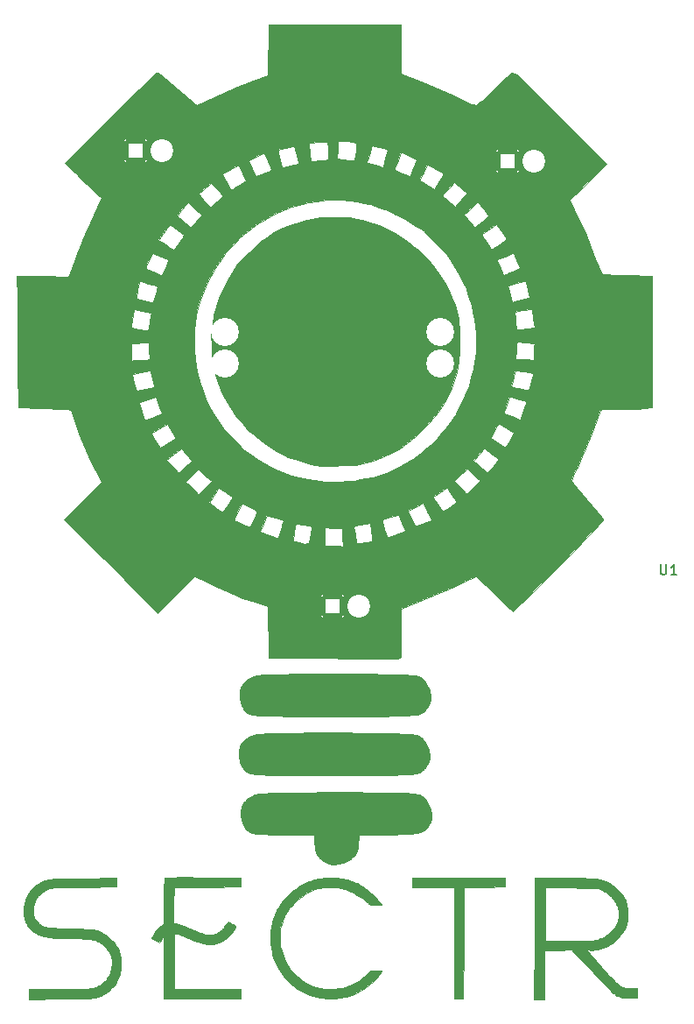
<source format=gto>
%TF.GenerationSoftware,KiCad,Pcbnew,7.0.2*%
%TF.CreationDate,2023-06-01T22:40:15-04:00*%
%TF.ProjectId,sectr-soldering-kit,73656374-722d-4736-9f6c-646572696e67,rev?*%
%TF.SameCoordinates,Original*%
%TF.FileFunction,Legend,Top*%
%TF.FilePolarity,Positive*%
%FSLAX46Y46*%
G04 Gerber Fmt 4.6, Leading zero omitted, Abs format (unit mm)*
G04 Created by KiCad (PCBNEW 7.0.2) date 2023-06-01 22:40:15*
%MOMM*%
%LPD*%
G01*
G04 APERTURE LIST*
G04 Aperture macros list*
%AMRoundRect*
0 Rectangle with rounded corners*
0 $1 Rounding radius*
0 $2 $3 $4 $5 $6 $7 $8 $9 X,Y pos of 4 corners*
0 Add a 4 corners polygon primitive as box body*
4,1,4,$2,$3,$4,$5,$6,$7,$8,$9,$2,$3,0*
0 Add four circle primitives for the rounded corners*
1,1,$1+$1,$2,$3*
1,1,$1+$1,$4,$5*
1,1,$1+$1,$6,$7*
1,1,$1+$1,$8,$9*
0 Add four rect primitives between the rounded corners*
20,1,$1+$1,$2,$3,$4,$5,0*
20,1,$1+$1,$4,$5,$6,$7,0*
20,1,$1+$1,$6,$7,$8,$9,0*
20,1,$1+$1,$8,$9,$2,$3,0*%
G04 Aperture macros list end*
%ADD10C,0.085980*%
%ADD11C,0.211633*%
%ADD12C,0.081602*%
%ADD13C,0.153000*%
%ADD14C,0.120000*%
%ADD15C,5.300000*%
%ADD16C,2.050000*%
%ADD17C,1.924000*%
%ADD18C,2.700000*%
%ADD19RoundRect,0.200000X-0.900000X-0.900000X0.900000X-0.900000X0.900000X0.900000X-0.900000X0.900000X0*%
%ADD20C,2.200000*%
G04 APERTURE END LIST*
D10*
X144416206Y-121734703D02*
X144498818Y-121736013D01*
X144580525Y-121738679D01*
X144661252Y-121742712D01*
X144740928Y-121748129D01*
X144819480Y-121754942D01*
X144896834Y-121763166D01*
X144972919Y-121772816D01*
X145047660Y-121783905D01*
X145288119Y-121824743D01*
X145516826Y-121868868D01*
X145734853Y-121916740D01*
X145943269Y-121968819D01*
X146143146Y-122025566D01*
X146335552Y-122087441D01*
X146521559Y-122154903D01*
X146702236Y-122228412D01*
X146878654Y-122308430D01*
X147051882Y-122395415D01*
X147222992Y-122489828D01*
X147393053Y-122592129D01*
X147563135Y-122702779D01*
X147734309Y-122822236D01*
X147907645Y-122950962D01*
X148084213Y-123089416D01*
X148174776Y-123164951D01*
X148269081Y-123248706D01*
X148365805Y-123339152D01*
X148463626Y-123434760D01*
X148561221Y-123534001D01*
X148657268Y-123635345D01*
X148750444Y-123737265D01*
X148839428Y-123838229D01*
X148922895Y-123936710D01*
X148999524Y-124031177D01*
X149067993Y-124120103D01*
X149126978Y-124201957D01*
X149175158Y-124275211D01*
X149211210Y-124338335D01*
X149224274Y-124365620D01*
X149233810Y-124389800D01*
X149239653Y-124410683D01*
X149241638Y-124428078D01*
X148147590Y-124413475D01*
X148082236Y-124343081D01*
X148019459Y-124277529D01*
X147958812Y-124216560D01*
X147899847Y-124159914D01*
X147842113Y-124107331D01*
X147813569Y-124082482D01*
X147785164Y-124058552D01*
X147756843Y-124035508D01*
X147728549Y-124013317D01*
X147700227Y-123991948D01*
X147671821Y-123971367D01*
X147348668Y-123744034D01*
X147033012Y-123530166D01*
X146876616Y-123429297D01*
X146720440Y-123333013D01*
X146563933Y-123241721D01*
X146406542Y-123155827D01*
X146247718Y-123075738D01*
X146086908Y-123001859D01*
X145923561Y-122934597D01*
X145757126Y-122874359D01*
X145587052Y-122821551D01*
X145412786Y-122776579D01*
X145233778Y-122739849D01*
X145049476Y-122711769D01*
X144740355Y-122679678D01*
X144439712Y-122662613D01*
X144147219Y-122660681D01*
X143862546Y-122673991D01*
X143585363Y-122702651D01*
X143315342Y-122746769D01*
X143052152Y-122806453D01*
X142795464Y-122881810D01*
X142544949Y-122972949D01*
X142300278Y-123079978D01*
X142061120Y-123203006D01*
X141827147Y-123342138D01*
X141598028Y-123497485D01*
X141373435Y-123669154D01*
X141153038Y-123857253D01*
X140936508Y-124061889D01*
X140807778Y-124191050D01*
X140689479Y-124313135D01*
X140580761Y-124429430D01*
X140480769Y-124541222D01*
X140388651Y-124649796D01*
X140303554Y-124756438D01*
X140224625Y-124862432D01*
X140151012Y-124969066D01*
X140081862Y-125077625D01*
X140016322Y-125189394D01*
X139953539Y-125305660D01*
X139892661Y-125427707D01*
X139832834Y-125556821D01*
X139773207Y-125694289D01*
X139712926Y-125841396D01*
X139651138Y-125999428D01*
X139576032Y-126216819D01*
X139513980Y-126438735D01*
X139464816Y-126664819D01*
X139428372Y-126894716D01*
X139404481Y-127128069D01*
X139392976Y-127364522D01*
X139393688Y-127603719D01*
X139406452Y-127845304D01*
X139431099Y-128088921D01*
X139467463Y-128334214D01*
X139515375Y-128580827D01*
X139574669Y-128828403D01*
X139645178Y-129076586D01*
X139726734Y-129325021D01*
X139819169Y-129573351D01*
X139922317Y-129821220D01*
X140011935Y-129991740D01*
X140120881Y-130167947D01*
X140247178Y-130348043D01*
X140388846Y-130530230D01*
X140543907Y-130712710D01*
X140710382Y-130893684D01*
X140886293Y-131071355D01*
X141069660Y-131243924D01*
X141258505Y-131409593D01*
X141450848Y-131566564D01*
X141644713Y-131713038D01*
X141838118Y-131847218D01*
X142029087Y-131967305D01*
X142215639Y-132071502D01*
X142395797Y-132158009D01*
X142567581Y-132225029D01*
X142923524Y-132332567D01*
X143281967Y-132414834D01*
X143641583Y-132472121D01*
X144001045Y-132504717D01*
X144359027Y-132512914D01*
X144714200Y-132497002D01*
X145065238Y-132457271D01*
X145410813Y-132394011D01*
X145749599Y-132307514D01*
X146080268Y-132198069D01*
X146401494Y-132065966D01*
X146711949Y-131911497D01*
X147010306Y-131734951D01*
X147295238Y-131536619D01*
X147565418Y-131316792D01*
X147819519Y-131075760D01*
X147893973Y-130999787D01*
X147927108Y-130967746D01*
X147999617Y-130898623D01*
X148192192Y-130711410D01*
X149240730Y-130726509D01*
X149234381Y-130751728D01*
X149216551Y-130790123D01*
X149188327Y-130840169D01*
X149150800Y-130900337D01*
X149052192Y-131044936D01*
X148929439Y-131211706D01*
X148791256Y-131388433D01*
X148646355Y-131562903D01*
X148574108Y-131645475D01*
X148503449Y-131722902D01*
X148435468Y-131793658D01*
X148371254Y-131856216D01*
X148178053Y-132028336D01*
X147975876Y-132191977D01*
X147765391Y-132346859D01*
X147547268Y-132492704D01*
X147322178Y-132629233D01*
X147090790Y-132756166D01*
X146853774Y-132873225D01*
X146611800Y-132980129D01*
X146365537Y-133076600D01*
X146115656Y-133162360D01*
X145862826Y-133237127D01*
X145607717Y-133300624D01*
X145350999Y-133352572D01*
X145093341Y-133392691D01*
X144835415Y-133420701D01*
X144577888Y-133436325D01*
X144381998Y-133440341D01*
X144189223Y-133438725D01*
X143999113Y-133431397D01*
X143811220Y-133418279D01*
X143625095Y-133399292D01*
X143440289Y-133374356D01*
X143256354Y-133343392D01*
X143072840Y-133306323D01*
X142889300Y-133263068D01*
X142705284Y-133213549D01*
X142520344Y-133157687D01*
X142334030Y-133095402D01*
X142145895Y-133026617D01*
X141955489Y-132951251D01*
X141762364Y-132869227D01*
X141566070Y-132780464D01*
X141303914Y-132635820D01*
X141047755Y-132472179D01*
X140798556Y-132290814D01*
X140557276Y-132092994D01*
X140324879Y-131879991D01*
X140102324Y-131653075D01*
X139890574Y-131413518D01*
X139690589Y-131162590D01*
X139503330Y-130901562D01*
X139329760Y-130631706D01*
X139170840Y-130354291D01*
X139027530Y-130070590D01*
X138900792Y-129781872D01*
X138791587Y-129489409D01*
X138700877Y-129194471D01*
X138629623Y-128898330D01*
X138582928Y-128649079D01*
X138545972Y-128400994D01*
X138518670Y-128154262D01*
X138500939Y-127909071D01*
X138492695Y-127665606D01*
X138493853Y-127424055D01*
X138504329Y-127184604D01*
X138524039Y-126947439D01*
X138552899Y-126712748D01*
X138590824Y-126480718D01*
X138637731Y-126251534D01*
X138693535Y-126025383D01*
X138758152Y-125802453D01*
X138831498Y-125582930D01*
X138913488Y-125367000D01*
X139004039Y-125154850D01*
X139103067Y-124946667D01*
X139210486Y-124742637D01*
X139326214Y-124542948D01*
X139450165Y-124347785D01*
X139582256Y-124157336D01*
X139722402Y-123971787D01*
X139870519Y-123791325D01*
X140026524Y-123616136D01*
X140190331Y-123446408D01*
X140361858Y-123282326D01*
X140541018Y-123124078D01*
X140727729Y-122971850D01*
X140921906Y-122825828D01*
X141123465Y-122686201D01*
X141332322Y-122553153D01*
X141548393Y-122426872D01*
X141698967Y-122346931D01*
X141856850Y-122271245D01*
X142021295Y-122199950D01*
X142191554Y-122133181D01*
X142366881Y-122071076D01*
X142546527Y-122013771D01*
X142729747Y-121961401D01*
X142915792Y-121914104D01*
X143103916Y-121872016D01*
X143293370Y-121835272D01*
X143483409Y-121804009D01*
X143673284Y-121778363D01*
X143862248Y-121758471D01*
X144049555Y-121744469D01*
X144234457Y-121736493D01*
X144416206Y-121734680D01*
X144416206Y-121734703D01*
G36*
X144416206Y-121734703D02*
G01*
X144498818Y-121736013D01*
X144580525Y-121738679D01*
X144661252Y-121742712D01*
X144740928Y-121748129D01*
X144819480Y-121754942D01*
X144896834Y-121763166D01*
X144972919Y-121772816D01*
X145047660Y-121783905D01*
X145288119Y-121824743D01*
X145516826Y-121868868D01*
X145734853Y-121916740D01*
X145943269Y-121968819D01*
X146143146Y-122025566D01*
X146335552Y-122087441D01*
X146521559Y-122154903D01*
X146702236Y-122228412D01*
X146878654Y-122308430D01*
X147051882Y-122395415D01*
X147222992Y-122489828D01*
X147393053Y-122592129D01*
X147563135Y-122702779D01*
X147734309Y-122822236D01*
X147907645Y-122950962D01*
X148084213Y-123089416D01*
X148174776Y-123164951D01*
X148269081Y-123248706D01*
X148365805Y-123339152D01*
X148463626Y-123434760D01*
X148561221Y-123534001D01*
X148657268Y-123635345D01*
X148750444Y-123737265D01*
X148839428Y-123838229D01*
X148922895Y-123936710D01*
X148999524Y-124031177D01*
X149067993Y-124120103D01*
X149126978Y-124201957D01*
X149175158Y-124275211D01*
X149211210Y-124338335D01*
X149224274Y-124365620D01*
X149233810Y-124389800D01*
X149239653Y-124410683D01*
X149241638Y-124428078D01*
X148147590Y-124413475D01*
X148082236Y-124343081D01*
X148019459Y-124277529D01*
X147958812Y-124216560D01*
X147899847Y-124159914D01*
X147842113Y-124107331D01*
X147813569Y-124082482D01*
X147785164Y-124058552D01*
X147756843Y-124035508D01*
X147728549Y-124013317D01*
X147700227Y-123991948D01*
X147671821Y-123971367D01*
X147348668Y-123744034D01*
X147033012Y-123530166D01*
X146876616Y-123429297D01*
X146720440Y-123333013D01*
X146563933Y-123241721D01*
X146406542Y-123155827D01*
X146247718Y-123075738D01*
X146086908Y-123001859D01*
X145923561Y-122934597D01*
X145757126Y-122874359D01*
X145587052Y-122821551D01*
X145412786Y-122776579D01*
X145233778Y-122739849D01*
X145049476Y-122711769D01*
X144740355Y-122679678D01*
X144439712Y-122662613D01*
X144147219Y-122660681D01*
X143862546Y-122673991D01*
X143585363Y-122702651D01*
X143315342Y-122746769D01*
X143052152Y-122806453D01*
X142795464Y-122881810D01*
X142544949Y-122972949D01*
X142300278Y-123079978D01*
X142061120Y-123203006D01*
X141827147Y-123342138D01*
X141598028Y-123497485D01*
X141373435Y-123669154D01*
X141153038Y-123857253D01*
X140936508Y-124061889D01*
X140807778Y-124191050D01*
X140689479Y-124313135D01*
X140580761Y-124429430D01*
X140480769Y-124541222D01*
X140388651Y-124649796D01*
X140303554Y-124756438D01*
X140224625Y-124862432D01*
X140151012Y-124969066D01*
X140081862Y-125077625D01*
X140016322Y-125189394D01*
X139953539Y-125305660D01*
X139892661Y-125427707D01*
X139832834Y-125556821D01*
X139773207Y-125694289D01*
X139712926Y-125841396D01*
X139651138Y-125999428D01*
X139576032Y-126216819D01*
X139513980Y-126438735D01*
X139464816Y-126664819D01*
X139428372Y-126894716D01*
X139404481Y-127128069D01*
X139392976Y-127364522D01*
X139393688Y-127603719D01*
X139406452Y-127845304D01*
X139431099Y-128088921D01*
X139467463Y-128334214D01*
X139515375Y-128580827D01*
X139574669Y-128828403D01*
X139645178Y-129076586D01*
X139726734Y-129325021D01*
X139819169Y-129573351D01*
X139922317Y-129821220D01*
X140011935Y-129991740D01*
X140120881Y-130167947D01*
X140247178Y-130348043D01*
X140388846Y-130530230D01*
X140543907Y-130712710D01*
X140710382Y-130893684D01*
X140886293Y-131071355D01*
X141069660Y-131243924D01*
X141258505Y-131409593D01*
X141450848Y-131566564D01*
X141644713Y-131713038D01*
X141838118Y-131847218D01*
X142029087Y-131967305D01*
X142215639Y-132071502D01*
X142395797Y-132158009D01*
X142567581Y-132225029D01*
X142923524Y-132332567D01*
X143281967Y-132414834D01*
X143641583Y-132472121D01*
X144001045Y-132504717D01*
X144359027Y-132512914D01*
X144714200Y-132497002D01*
X145065238Y-132457271D01*
X145410813Y-132394011D01*
X145749599Y-132307514D01*
X146080268Y-132198069D01*
X146401494Y-132065966D01*
X146711949Y-131911497D01*
X147010306Y-131734951D01*
X147295238Y-131536619D01*
X147565418Y-131316792D01*
X147819519Y-131075760D01*
X147893973Y-130999787D01*
X147927108Y-130967746D01*
X147999617Y-130898623D01*
X148192192Y-130711410D01*
X149240730Y-130726509D01*
X149234381Y-130751728D01*
X149216551Y-130790123D01*
X149188327Y-130840169D01*
X149150800Y-130900337D01*
X149052192Y-131044936D01*
X148929439Y-131211706D01*
X148791256Y-131388433D01*
X148646355Y-131562903D01*
X148574108Y-131645475D01*
X148503449Y-131722902D01*
X148435468Y-131793658D01*
X148371254Y-131856216D01*
X148178053Y-132028336D01*
X147975876Y-132191977D01*
X147765391Y-132346859D01*
X147547268Y-132492704D01*
X147322178Y-132629233D01*
X147090790Y-132756166D01*
X146853774Y-132873225D01*
X146611800Y-132980129D01*
X146365537Y-133076600D01*
X146115656Y-133162360D01*
X145862826Y-133237127D01*
X145607717Y-133300624D01*
X145350999Y-133352572D01*
X145093341Y-133392691D01*
X144835415Y-133420701D01*
X144577888Y-133436325D01*
X144381998Y-133440341D01*
X144189223Y-133438725D01*
X143999113Y-133431397D01*
X143811220Y-133418279D01*
X143625095Y-133399292D01*
X143440289Y-133374356D01*
X143256354Y-133343392D01*
X143072840Y-133306323D01*
X142889300Y-133263068D01*
X142705284Y-133213549D01*
X142520344Y-133157687D01*
X142334030Y-133095402D01*
X142145895Y-133026617D01*
X141955489Y-132951251D01*
X141762364Y-132869227D01*
X141566070Y-132780464D01*
X141303914Y-132635820D01*
X141047755Y-132472179D01*
X140798556Y-132290814D01*
X140557276Y-132092994D01*
X140324879Y-131879991D01*
X140102324Y-131653075D01*
X139890574Y-131413518D01*
X139690589Y-131162590D01*
X139503330Y-130901562D01*
X139329760Y-130631706D01*
X139170840Y-130354291D01*
X139027530Y-130070590D01*
X138900792Y-129781872D01*
X138791587Y-129489409D01*
X138700877Y-129194471D01*
X138629623Y-128898330D01*
X138582928Y-128649079D01*
X138545972Y-128400994D01*
X138518670Y-128154262D01*
X138500939Y-127909071D01*
X138492695Y-127665606D01*
X138493853Y-127424055D01*
X138504329Y-127184604D01*
X138524039Y-126947439D01*
X138552899Y-126712748D01*
X138590824Y-126480718D01*
X138637731Y-126251534D01*
X138693535Y-126025383D01*
X138758152Y-125802453D01*
X138831498Y-125582930D01*
X138913488Y-125367000D01*
X139004039Y-125154850D01*
X139103067Y-124946667D01*
X139210486Y-124742637D01*
X139326214Y-124542948D01*
X139450165Y-124347785D01*
X139582256Y-124157336D01*
X139722402Y-123971787D01*
X139870519Y-123791325D01*
X140026524Y-123616136D01*
X140190331Y-123446408D01*
X140361858Y-123282326D01*
X140541018Y-123124078D01*
X140727729Y-122971850D01*
X140921906Y-122825828D01*
X141123465Y-122686201D01*
X141332322Y-122553153D01*
X141548393Y-122426872D01*
X141698967Y-122346931D01*
X141856850Y-122271245D01*
X142021295Y-122199950D01*
X142191554Y-122133181D01*
X142366881Y-122071076D01*
X142546527Y-122013771D01*
X142729747Y-121961401D01*
X142915792Y-121914104D01*
X143103916Y-121872016D01*
X143293370Y-121835272D01*
X143483409Y-121804009D01*
X143673284Y-121778363D01*
X143862248Y-121758471D01*
X144049555Y-121744469D01*
X144234457Y-121736493D01*
X144416206Y-121734680D01*
X144416206Y-121734703D01*
G37*
X123619465Y-122204963D02*
X123619465Y-122634727D01*
X120459690Y-122661926D01*
X119453015Y-122671254D01*
X119039591Y-122675994D01*
X118680048Y-122681148D01*
X118369838Y-122686988D01*
X118104413Y-122693786D01*
X117879227Y-122701815D01*
X117689731Y-122711347D01*
X117531379Y-122722654D01*
X117462460Y-122729059D01*
X117399623Y-122736009D01*
X117342297Y-122743539D01*
X117289916Y-122751683D01*
X117241910Y-122760474D01*
X117197711Y-122769948D01*
X117156751Y-122780138D01*
X117118461Y-122791078D01*
X117082272Y-122802802D01*
X117047617Y-122815344D01*
X116980634Y-122843019D01*
X116912964Y-122874374D01*
X116825214Y-122918879D01*
X116737275Y-122968333D01*
X116649619Y-123022304D01*
X116562721Y-123080357D01*
X116477053Y-123142059D01*
X116393088Y-123206978D01*
X116311302Y-123274678D01*
X116232166Y-123344726D01*
X116156155Y-123416690D01*
X116083741Y-123490136D01*
X116015399Y-123564629D01*
X115951602Y-123639737D01*
X115892823Y-123715026D01*
X115839536Y-123790063D01*
X115792214Y-123864414D01*
X115751331Y-123937645D01*
X115717000Y-124011762D01*
X115685570Y-124095014D01*
X115657155Y-124186111D01*
X115631868Y-124283764D01*
X115609823Y-124386685D01*
X115591134Y-124493584D01*
X115575914Y-124603172D01*
X115564276Y-124714161D01*
X115556336Y-124825261D01*
X115552205Y-124935184D01*
X115551998Y-125042641D01*
X115555829Y-125146343D01*
X115563811Y-125245000D01*
X115576058Y-125337324D01*
X115592683Y-125422027D01*
X115613800Y-125497818D01*
X115640936Y-125567874D01*
X115676606Y-125640481D01*
X115720068Y-125714909D01*
X115770574Y-125790429D01*
X115827381Y-125866313D01*
X115889744Y-125941831D01*
X115956917Y-126016256D01*
X116028157Y-126088858D01*
X116102717Y-126158909D01*
X116179854Y-126225680D01*
X116258822Y-126288442D01*
X116338876Y-126346466D01*
X116419272Y-126399023D01*
X116499264Y-126445385D01*
X116578108Y-126484824D01*
X116655059Y-126516609D01*
X116761218Y-126543143D01*
X116929830Y-126567999D01*
X117160564Y-126591155D01*
X117453088Y-126612590D01*
X118222186Y-126650210D01*
X119234474Y-126680687D01*
X119755982Y-126695548D01*
X120219223Y-126713450D01*
X120622588Y-126733482D01*
X120964466Y-126754735D01*
X121243247Y-126776298D01*
X121457320Y-126797263D01*
X121605077Y-126816719D01*
X121653583Y-126825596D01*
X121684906Y-126833755D01*
X121806933Y-126879319D01*
X121934926Y-126934586D01*
X122067803Y-126999369D01*
X122204486Y-127073484D01*
X122343894Y-127156743D01*
X122484947Y-127248961D01*
X122626565Y-127349953D01*
X122767669Y-127459533D01*
X122907179Y-127577514D01*
X123044014Y-127703710D01*
X123177094Y-127837937D01*
X123305341Y-127980008D01*
X123427673Y-128129737D01*
X123543011Y-128286939D01*
X123650276Y-128451427D01*
X123748386Y-128623016D01*
X123817481Y-128776844D01*
X123876956Y-128940367D01*
X123926843Y-129112419D01*
X123967177Y-129291829D01*
X123997992Y-129477429D01*
X124019321Y-129668051D01*
X124031200Y-129862527D01*
X124033661Y-130059687D01*
X124026738Y-130258364D01*
X124010467Y-130457389D01*
X123984880Y-130655592D01*
X123950012Y-130851806D01*
X123905897Y-131044863D01*
X123852568Y-131233593D01*
X123790060Y-131416827D01*
X123718406Y-131593399D01*
X123638241Y-131742232D01*
X123557297Y-131881369D01*
X123474706Y-132011578D01*
X123389603Y-132133626D01*
X123301120Y-132248279D01*
X123208391Y-132356304D01*
X123110550Y-132458468D01*
X123006728Y-132555538D01*
X122896061Y-132648281D01*
X122777680Y-132737463D01*
X122650720Y-132823852D01*
X122514313Y-132908213D01*
X122367593Y-132991315D01*
X122209693Y-133073924D01*
X122039747Y-133156807D01*
X121856887Y-133240730D01*
X121708601Y-133302336D01*
X121549965Y-133349590D01*
X121343235Y-133384817D01*
X121050669Y-133410342D01*
X120634522Y-133428489D01*
X120057052Y-133441584D01*
X118267166Y-133461914D01*
X115107391Y-133491112D01*
X115107368Y-133012535D01*
X115107391Y-132533966D01*
X118003566Y-132533966D01*
X118827005Y-132532741D01*
X119496210Y-132528511D01*
X120031332Y-132520442D01*
X120254908Y-132514707D01*
X120452519Y-132507700D01*
X120626683Y-132499316D01*
X120779921Y-132489451D01*
X120914749Y-132478001D01*
X121033687Y-132464861D01*
X121139254Y-132449928D01*
X121233968Y-132433098D01*
X121320348Y-132414265D01*
X121400913Y-132393326D01*
X121516383Y-132357191D01*
X121630510Y-132314086D01*
X121742958Y-132264291D01*
X121853395Y-132208085D01*
X121961485Y-132145749D01*
X122066896Y-132077563D01*
X122169292Y-132003808D01*
X122268339Y-131924763D01*
X122363704Y-131840708D01*
X122455053Y-131751925D01*
X122542051Y-131658692D01*
X122624364Y-131561292D01*
X122701659Y-131460002D01*
X122773601Y-131355104D01*
X122839855Y-131246878D01*
X122900089Y-131135605D01*
X122941391Y-131046896D01*
X122978888Y-130952159D01*
X123012652Y-130852546D01*
X123042757Y-130749209D01*
X123069273Y-130643300D01*
X123092275Y-130535970D01*
X123111835Y-130428372D01*
X123128026Y-130321656D01*
X123140920Y-130216975D01*
X123150590Y-130115480D01*
X123157109Y-130018324D01*
X123160549Y-129926657D01*
X123160983Y-129841632D01*
X123158484Y-129764400D01*
X123153125Y-129696114D01*
X123144977Y-129637924D01*
X123121692Y-129524387D01*
X123093834Y-129416231D01*
X123061410Y-129312975D01*
X123024423Y-129214135D01*
X122982880Y-129119231D01*
X122936785Y-129027780D01*
X122886143Y-128939301D01*
X122830960Y-128853312D01*
X122771241Y-128769331D01*
X122706990Y-128686876D01*
X122638214Y-128605466D01*
X122564916Y-128524617D01*
X122487102Y-128443850D01*
X122404777Y-128362681D01*
X122317947Y-128280629D01*
X122226616Y-128197212D01*
X122121572Y-128110686D01*
X122017939Y-128033263D01*
X121913204Y-127964456D01*
X121804858Y-127903781D01*
X121690390Y-127850752D01*
X121567288Y-127804882D01*
X121433042Y-127765686D01*
X121285142Y-127732678D01*
X121121076Y-127705373D01*
X120938334Y-127683285D01*
X120734404Y-127665927D01*
X120506777Y-127652815D01*
X119970386Y-127637383D01*
X119309074Y-127633102D01*
X118802820Y-127628960D01*
X118336019Y-127616116D01*
X117906768Y-127593943D01*
X117705631Y-127579161D01*
X117513169Y-127561813D01*
X117329145Y-127541819D01*
X117153320Y-127519100D01*
X116985458Y-127493579D01*
X116825320Y-127465176D01*
X116672670Y-127433815D01*
X116527269Y-127399415D01*
X116388880Y-127361900D01*
X116257266Y-127321190D01*
X116132189Y-127277207D01*
X116013411Y-127229872D01*
X115900694Y-127179108D01*
X115793802Y-127124836D01*
X115692496Y-127066978D01*
X115596539Y-127005454D01*
X115505693Y-126940188D01*
X115419721Y-126871100D01*
X115338386Y-126798111D01*
X115261448Y-126721145D01*
X115188672Y-126640121D01*
X115119819Y-126554963D01*
X115054652Y-126465591D01*
X114992934Y-126371927D01*
X114934426Y-126273892D01*
X114878891Y-126171409D01*
X114813501Y-126030696D01*
X114757773Y-125883655D01*
X114711607Y-125730986D01*
X114674905Y-125573387D01*
X114647567Y-125411556D01*
X114629495Y-125246191D01*
X114620588Y-125077991D01*
X114620747Y-124907653D01*
X114629874Y-124735876D01*
X114647870Y-124563357D01*
X114674634Y-124390796D01*
X114710068Y-124218891D01*
X114754073Y-124048339D01*
X114806549Y-123879839D01*
X114867398Y-123714090D01*
X114936519Y-123551788D01*
X114978433Y-123469799D01*
X115019978Y-123392178D01*
X115061445Y-123318561D01*
X115103123Y-123248582D01*
X115145305Y-123181876D01*
X115188280Y-123118077D01*
X115232338Y-123056820D01*
X115277771Y-122997740D01*
X115324869Y-122940470D01*
X115373922Y-122884647D01*
X115425220Y-122829904D01*
X115479056Y-122775877D01*
X115535718Y-122722198D01*
X115595497Y-122668505D01*
X115658684Y-122614430D01*
X115725570Y-122559608D01*
X116024460Y-122327143D01*
X116161956Y-122232573D01*
X116300139Y-122151045D01*
X116445495Y-122081510D01*
X116604515Y-122022919D01*
X116783687Y-121974221D01*
X116989500Y-121934368D01*
X117228442Y-121902309D01*
X117507002Y-121876995D01*
X118208931Y-121842403D01*
X119147197Y-121822195D01*
X120373710Y-121807976D01*
X123619476Y-121775177D01*
X123619465Y-122204963D01*
G36*
X123619465Y-122204963D02*
G01*
X123619465Y-122634727D01*
X120459690Y-122661926D01*
X119453015Y-122671254D01*
X119039591Y-122675994D01*
X118680048Y-122681148D01*
X118369838Y-122686988D01*
X118104413Y-122693786D01*
X117879227Y-122701815D01*
X117689731Y-122711347D01*
X117531379Y-122722654D01*
X117462460Y-122729059D01*
X117399623Y-122736009D01*
X117342297Y-122743539D01*
X117289916Y-122751683D01*
X117241910Y-122760474D01*
X117197711Y-122769948D01*
X117156751Y-122780138D01*
X117118461Y-122791078D01*
X117082272Y-122802802D01*
X117047617Y-122815344D01*
X116980634Y-122843019D01*
X116912964Y-122874374D01*
X116825214Y-122918879D01*
X116737275Y-122968333D01*
X116649619Y-123022304D01*
X116562721Y-123080357D01*
X116477053Y-123142059D01*
X116393088Y-123206978D01*
X116311302Y-123274678D01*
X116232166Y-123344726D01*
X116156155Y-123416690D01*
X116083741Y-123490136D01*
X116015399Y-123564629D01*
X115951602Y-123639737D01*
X115892823Y-123715026D01*
X115839536Y-123790063D01*
X115792214Y-123864414D01*
X115751331Y-123937645D01*
X115717000Y-124011762D01*
X115685570Y-124095014D01*
X115657155Y-124186111D01*
X115631868Y-124283764D01*
X115609823Y-124386685D01*
X115591134Y-124493584D01*
X115575914Y-124603172D01*
X115564276Y-124714161D01*
X115556336Y-124825261D01*
X115552205Y-124935184D01*
X115551998Y-125042641D01*
X115555829Y-125146343D01*
X115563811Y-125245000D01*
X115576058Y-125337324D01*
X115592683Y-125422027D01*
X115613800Y-125497818D01*
X115640936Y-125567874D01*
X115676606Y-125640481D01*
X115720068Y-125714909D01*
X115770574Y-125790429D01*
X115827381Y-125866313D01*
X115889744Y-125941831D01*
X115956917Y-126016256D01*
X116028157Y-126088858D01*
X116102717Y-126158909D01*
X116179854Y-126225680D01*
X116258822Y-126288442D01*
X116338876Y-126346466D01*
X116419272Y-126399023D01*
X116499264Y-126445385D01*
X116578108Y-126484824D01*
X116655059Y-126516609D01*
X116761218Y-126543143D01*
X116929830Y-126567999D01*
X117160564Y-126591155D01*
X117453088Y-126612590D01*
X118222186Y-126650210D01*
X119234474Y-126680687D01*
X119755982Y-126695548D01*
X120219223Y-126713450D01*
X120622588Y-126733482D01*
X120964466Y-126754735D01*
X121243247Y-126776298D01*
X121457320Y-126797263D01*
X121605077Y-126816719D01*
X121653583Y-126825596D01*
X121684906Y-126833755D01*
X121806933Y-126879319D01*
X121934926Y-126934586D01*
X122067803Y-126999369D01*
X122204486Y-127073484D01*
X122343894Y-127156743D01*
X122484947Y-127248961D01*
X122626565Y-127349953D01*
X122767669Y-127459533D01*
X122907179Y-127577514D01*
X123044014Y-127703710D01*
X123177094Y-127837937D01*
X123305341Y-127980008D01*
X123427673Y-128129737D01*
X123543011Y-128286939D01*
X123650276Y-128451427D01*
X123748386Y-128623016D01*
X123817481Y-128776844D01*
X123876956Y-128940367D01*
X123926843Y-129112419D01*
X123967177Y-129291829D01*
X123997992Y-129477429D01*
X124019321Y-129668051D01*
X124031200Y-129862527D01*
X124033661Y-130059687D01*
X124026738Y-130258364D01*
X124010467Y-130457389D01*
X123984880Y-130655592D01*
X123950012Y-130851806D01*
X123905897Y-131044863D01*
X123852568Y-131233593D01*
X123790060Y-131416827D01*
X123718406Y-131593399D01*
X123638241Y-131742232D01*
X123557297Y-131881369D01*
X123474706Y-132011578D01*
X123389603Y-132133626D01*
X123301120Y-132248279D01*
X123208391Y-132356304D01*
X123110550Y-132458468D01*
X123006728Y-132555538D01*
X122896061Y-132648281D01*
X122777680Y-132737463D01*
X122650720Y-132823852D01*
X122514313Y-132908213D01*
X122367593Y-132991315D01*
X122209693Y-133073924D01*
X122039747Y-133156807D01*
X121856887Y-133240730D01*
X121708601Y-133302336D01*
X121549965Y-133349590D01*
X121343235Y-133384817D01*
X121050669Y-133410342D01*
X120634522Y-133428489D01*
X120057052Y-133441584D01*
X118267166Y-133461914D01*
X115107391Y-133491112D01*
X115107368Y-133012535D01*
X115107391Y-132533966D01*
X118003566Y-132533966D01*
X118827005Y-132532741D01*
X119496210Y-132528511D01*
X120031332Y-132520442D01*
X120254908Y-132514707D01*
X120452519Y-132507700D01*
X120626683Y-132499316D01*
X120779921Y-132489451D01*
X120914749Y-132478001D01*
X121033687Y-132464861D01*
X121139254Y-132449928D01*
X121233968Y-132433098D01*
X121320348Y-132414265D01*
X121400913Y-132393326D01*
X121516383Y-132357191D01*
X121630510Y-132314086D01*
X121742958Y-132264291D01*
X121853395Y-132208085D01*
X121961485Y-132145749D01*
X122066896Y-132077563D01*
X122169292Y-132003808D01*
X122268339Y-131924763D01*
X122363704Y-131840708D01*
X122455053Y-131751925D01*
X122542051Y-131658692D01*
X122624364Y-131561292D01*
X122701659Y-131460002D01*
X122773601Y-131355104D01*
X122839855Y-131246878D01*
X122900089Y-131135605D01*
X122941391Y-131046896D01*
X122978888Y-130952159D01*
X123012652Y-130852546D01*
X123042757Y-130749209D01*
X123069273Y-130643300D01*
X123092275Y-130535970D01*
X123111835Y-130428372D01*
X123128026Y-130321656D01*
X123140920Y-130216975D01*
X123150590Y-130115480D01*
X123157109Y-130018324D01*
X123160549Y-129926657D01*
X123160983Y-129841632D01*
X123158484Y-129764400D01*
X123153125Y-129696114D01*
X123144977Y-129637924D01*
X123121692Y-129524387D01*
X123093834Y-129416231D01*
X123061410Y-129312975D01*
X123024423Y-129214135D01*
X122982880Y-129119231D01*
X122936785Y-129027780D01*
X122886143Y-128939301D01*
X122830960Y-128853312D01*
X122771241Y-128769331D01*
X122706990Y-128686876D01*
X122638214Y-128605466D01*
X122564916Y-128524617D01*
X122487102Y-128443850D01*
X122404777Y-128362681D01*
X122317947Y-128280629D01*
X122226616Y-128197212D01*
X122121572Y-128110686D01*
X122017939Y-128033263D01*
X121913204Y-127964456D01*
X121804858Y-127903781D01*
X121690390Y-127850752D01*
X121567288Y-127804882D01*
X121433042Y-127765686D01*
X121285142Y-127732678D01*
X121121076Y-127705373D01*
X120938334Y-127683285D01*
X120734404Y-127665927D01*
X120506777Y-127652815D01*
X119970386Y-127637383D01*
X119309074Y-127633102D01*
X118802820Y-127628960D01*
X118336019Y-127616116D01*
X117906768Y-127593943D01*
X117705631Y-127579161D01*
X117513169Y-127561813D01*
X117329145Y-127541819D01*
X117153320Y-127519100D01*
X116985458Y-127493579D01*
X116825320Y-127465176D01*
X116672670Y-127433815D01*
X116527269Y-127399415D01*
X116388880Y-127361900D01*
X116257266Y-127321190D01*
X116132189Y-127277207D01*
X116013411Y-127229872D01*
X115900694Y-127179108D01*
X115793802Y-127124836D01*
X115692496Y-127066978D01*
X115596539Y-127005454D01*
X115505693Y-126940188D01*
X115419721Y-126871100D01*
X115338386Y-126798111D01*
X115261448Y-126721145D01*
X115188672Y-126640121D01*
X115119819Y-126554963D01*
X115054652Y-126465591D01*
X114992934Y-126371927D01*
X114934426Y-126273892D01*
X114878891Y-126171409D01*
X114813501Y-126030696D01*
X114757773Y-125883655D01*
X114711607Y-125730986D01*
X114674905Y-125573387D01*
X114647567Y-125411556D01*
X114629495Y-125246191D01*
X114620588Y-125077991D01*
X114620747Y-124907653D01*
X114629874Y-124735876D01*
X114647870Y-124563357D01*
X114674634Y-124390796D01*
X114710068Y-124218891D01*
X114754073Y-124048339D01*
X114806549Y-123879839D01*
X114867398Y-123714090D01*
X114936519Y-123551788D01*
X114978433Y-123469799D01*
X115019978Y-123392178D01*
X115061445Y-123318561D01*
X115103123Y-123248582D01*
X115145305Y-123181876D01*
X115188280Y-123118077D01*
X115232338Y-123056820D01*
X115277771Y-122997740D01*
X115324869Y-122940470D01*
X115373922Y-122884647D01*
X115425220Y-122829904D01*
X115479056Y-122775877D01*
X115535718Y-122722198D01*
X115595497Y-122668505D01*
X115658684Y-122614430D01*
X115725570Y-122559608D01*
X116024460Y-122327143D01*
X116161956Y-122232573D01*
X116300139Y-122151045D01*
X116445495Y-122081510D01*
X116604515Y-122022919D01*
X116783687Y-121974221D01*
X116989500Y-121934368D01*
X117228442Y-121902309D01*
X117507002Y-121876995D01*
X118208931Y-121842403D01*
X119147197Y-121822195D01*
X120373710Y-121807976D01*
X123619476Y-121775177D01*
X123619465Y-122204963D01*
G37*
X166937118Y-121789070D02*
X167962662Y-121792699D01*
X168394435Y-121796931D01*
X168777787Y-121803317D01*
X169116904Y-121812263D01*
X169415969Y-121824178D01*
X169679168Y-121839467D01*
X169910683Y-121858537D01*
X170114701Y-121881794D01*
X170295404Y-121909647D01*
X170456978Y-121942501D01*
X170603607Y-121980763D01*
X170739475Y-122024840D01*
X170868767Y-122075139D01*
X170995666Y-122132067D01*
X171124359Y-122196029D01*
X171285092Y-122284207D01*
X171441826Y-122380524D01*
X171594076Y-122484427D01*
X171741357Y-122595363D01*
X171883183Y-122712776D01*
X172019068Y-122836112D01*
X172148526Y-122964818D01*
X172271074Y-123098340D01*
X172386224Y-123236123D01*
X172493492Y-123377612D01*
X172592392Y-123522255D01*
X172682439Y-123669497D01*
X172763147Y-123818783D01*
X172834030Y-123969560D01*
X172894603Y-124121273D01*
X172944381Y-124273369D01*
X172973318Y-124388580D01*
X172997264Y-124516468D01*
X173016298Y-124655096D01*
X173030497Y-124802527D01*
X173039940Y-124956826D01*
X173044705Y-125116056D01*
X173044871Y-125278280D01*
X173040515Y-125441562D01*
X173031715Y-125603967D01*
X173018551Y-125763557D01*
X173001100Y-125918397D01*
X172979440Y-126066550D01*
X172953650Y-126206079D01*
X172923808Y-126335049D01*
X172889991Y-126451524D01*
X172852279Y-126553566D01*
X172806784Y-126654099D01*
X172754049Y-126757088D01*
X172694607Y-126861900D01*
X172628986Y-126967903D01*
X172557719Y-127074465D01*
X172481335Y-127180954D01*
X172400365Y-127286736D01*
X172315340Y-127391180D01*
X172226789Y-127493653D01*
X172135244Y-127593523D01*
X172041236Y-127690158D01*
X171945294Y-127782925D01*
X171847949Y-127871192D01*
X171749732Y-127954327D01*
X171651173Y-128031696D01*
X171552803Y-128102669D01*
X171451587Y-128168625D01*
X171342505Y-128232738D01*
X171226578Y-128294677D01*
X171104831Y-128354107D01*
X170978286Y-128410696D01*
X170847964Y-128464112D01*
X170714890Y-128514020D01*
X170580086Y-128560088D01*
X170444575Y-128601983D01*
X170309379Y-128639373D01*
X170175521Y-128671923D01*
X170044025Y-128699302D01*
X169915912Y-128721177D01*
X169792205Y-128737213D01*
X169673928Y-128747080D01*
X169562103Y-128750442D01*
X169413483Y-128750080D01*
X169389480Y-128749219D01*
X169375717Y-128747542D01*
X169354719Y-128744778D01*
X169309014Y-128740654D01*
X169221127Y-128734899D01*
X169073585Y-128727241D01*
X171296264Y-131225578D01*
X171390198Y-131329514D01*
X171484693Y-131430992D01*
X171579048Y-131529536D01*
X171672564Y-131624671D01*
X171764540Y-131715921D01*
X171854275Y-131802810D01*
X171941068Y-131884863D01*
X172024220Y-131961605D01*
X172176797Y-132097251D01*
X172244820Y-132155205D01*
X172306400Y-132205945D01*
X172360836Y-132248995D01*
X172407427Y-132283881D01*
X172445473Y-132310126D01*
X172474273Y-132327255D01*
X172502793Y-132340471D01*
X172536091Y-132353096D01*
X172573903Y-132365093D01*
X172615962Y-132376426D01*
X172662004Y-132387060D01*
X172711764Y-132396959D01*
X172821378Y-132414405D01*
X172942683Y-132428476D01*
X173073558Y-132438883D01*
X173211883Y-132445339D01*
X173355537Y-132447555D01*
X174004654Y-132447555D01*
X174004654Y-133393310D01*
X173268440Y-133393310D01*
X173053997Y-133391418D01*
X172959807Y-133388781D01*
X172873035Y-133384775D01*
X172792730Y-133379219D01*
X172717938Y-133371932D01*
X172647708Y-133362732D01*
X172581088Y-133351438D01*
X172517125Y-133337869D01*
X172454867Y-133321844D01*
X172393363Y-133303182D01*
X172331659Y-133281700D01*
X172268804Y-133257219D01*
X172203846Y-133229557D01*
X172135833Y-133198532D01*
X172063812Y-133163963D01*
X171896196Y-133076413D01*
X171815547Y-133027727D01*
X171732618Y-132971529D01*
X171644116Y-132904640D01*
X171546752Y-132823881D01*
X171312273Y-132608041D01*
X171002854Y-132298579D01*
X170592170Y-131870069D01*
X169361702Y-130554184D01*
X168948528Y-130111850D01*
X168554492Y-129693274D01*
X168224197Y-129345639D01*
X168002250Y-129116127D01*
X167631622Y-128741028D01*
X166325660Y-128767227D01*
X165019699Y-128793426D01*
X165000000Y-133500000D01*
X164023887Y-133494003D01*
X164032408Y-127890961D01*
X165061943Y-127890961D01*
X167322395Y-127890961D01*
X167927543Y-127889486D01*
X168437648Y-127884734D01*
X168863149Y-127876208D01*
X169214483Y-127863414D01*
X169365600Y-127855261D01*
X169502090Y-127845855D01*
X169625258Y-127835135D01*
X169736409Y-127823037D01*
X169836847Y-127809501D01*
X169927878Y-127794465D01*
X170010806Y-127777866D01*
X170086937Y-127759643D01*
X170169897Y-127736224D01*
X170253046Y-127709196D01*
X170419336Y-127644847D01*
X170584656Y-127567657D01*
X170747854Y-127478692D01*
X170907780Y-127379013D01*
X171063284Y-127269684D01*
X171213214Y-127151769D01*
X171356420Y-127026330D01*
X171491752Y-126894430D01*
X171618057Y-126757133D01*
X171734187Y-126615502D01*
X171838990Y-126470601D01*
X171931315Y-126323491D01*
X172010012Y-126175237D01*
X172043890Y-126101012D01*
X172073929Y-126026901D01*
X172099987Y-125953035D01*
X172121917Y-125879547D01*
X172150077Y-125762506D01*
X172171577Y-125644456D01*
X172186464Y-125525680D01*
X172194790Y-125406460D01*
X172196602Y-125287077D01*
X172191951Y-125167815D01*
X172180887Y-125048955D01*
X172163457Y-124930780D01*
X172139713Y-124813573D01*
X172109703Y-124697615D01*
X172073476Y-124583188D01*
X172031083Y-124470576D01*
X171982572Y-124360060D01*
X171927992Y-124251923D01*
X171867394Y-124146447D01*
X171800827Y-124043915D01*
X171730960Y-123947352D01*
X171654508Y-123850667D01*
X171572226Y-123754478D01*
X171484868Y-123659400D01*
X171393190Y-123566053D01*
X171297946Y-123475051D01*
X171199891Y-123387013D01*
X171099780Y-123302556D01*
X170998367Y-123222296D01*
X170896407Y-123146851D01*
X170794656Y-123076837D01*
X170693867Y-123012872D01*
X170594796Y-122955573D01*
X170498198Y-122905557D01*
X170404826Y-122863441D01*
X170315437Y-122829841D01*
X170207960Y-122807267D01*
X170029788Y-122787574D01*
X169782107Y-122770802D01*
X169466101Y-122756989D01*
X168633860Y-122738405D01*
X167542549Y-122732139D01*
X165061950Y-122732139D01*
X165061943Y-125311539D01*
X165061943Y-127890961D01*
X164032408Y-127890961D01*
X164032890Y-127573685D01*
X164038887Y-121786377D01*
X166937118Y-121789070D01*
G36*
X166937118Y-121789070D02*
G01*
X167962662Y-121792699D01*
X168394435Y-121796931D01*
X168777787Y-121803317D01*
X169116904Y-121812263D01*
X169415969Y-121824178D01*
X169679168Y-121839467D01*
X169910683Y-121858537D01*
X170114701Y-121881794D01*
X170295404Y-121909647D01*
X170456978Y-121942501D01*
X170603607Y-121980763D01*
X170739475Y-122024840D01*
X170868767Y-122075139D01*
X170995666Y-122132067D01*
X171124359Y-122196029D01*
X171285092Y-122284207D01*
X171441826Y-122380524D01*
X171594076Y-122484427D01*
X171741357Y-122595363D01*
X171883183Y-122712776D01*
X172019068Y-122836112D01*
X172148526Y-122964818D01*
X172271074Y-123098340D01*
X172386224Y-123236123D01*
X172493492Y-123377612D01*
X172592392Y-123522255D01*
X172682439Y-123669497D01*
X172763147Y-123818783D01*
X172834030Y-123969560D01*
X172894603Y-124121273D01*
X172944381Y-124273369D01*
X172973318Y-124388580D01*
X172997264Y-124516468D01*
X173016298Y-124655096D01*
X173030497Y-124802527D01*
X173039940Y-124956826D01*
X173044705Y-125116056D01*
X173044871Y-125278280D01*
X173040515Y-125441562D01*
X173031715Y-125603967D01*
X173018551Y-125763557D01*
X173001100Y-125918397D01*
X172979440Y-126066550D01*
X172953650Y-126206079D01*
X172923808Y-126335049D01*
X172889991Y-126451524D01*
X172852279Y-126553566D01*
X172806784Y-126654099D01*
X172754049Y-126757088D01*
X172694607Y-126861900D01*
X172628986Y-126967903D01*
X172557719Y-127074465D01*
X172481335Y-127180954D01*
X172400365Y-127286736D01*
X172315340Y-127391180D01*
X172226789Y-127493653D01*
X172135244Y-127593523D01*
X172041236Y-127690158D01*
X171945294Y-127782925D01*
X171847949Y-127871192D01*
X171749732Y-127954327D01*
X171651173Y-128031696D01*
X171552803Y-128102669D01*
X171451587Y-128168625D01*
X171342505Y-128232738D01*
X171226578Y-128294677D01*
X171104831Y-128354107D01*
X170978286Y-128410696D01*
X170847964Y-128464112D01*
X170714890Y-128514020D01*
X170580086Y-128560088D01*
X170444575Y-128601983D01*
X170309379Y-128639373D01*
X170175521Y-128671923D01*
X170044025Y-128699302D01*
X169915912Y-128721177D01*
X169792205Y-128737213D01*
X169673928Y-128747080D01*
X169562103Y-128750442D01*
X169413483Y-128750080D01*
X169389480Y-128749219D01*
X169375717Y-128747542D01*
X169354719Y-128744778D01*
X169309014Y-128740654D01*
X169221127Y-128734899D01*
X169073585Y-128727241D01*
X171296264Y-131225578D01*
X171390198Y-131329514D01*
X171484693Y-131430992D01*
X171579048Y-131529536D01*
X171672564Y-131624671D01*
X171764540Y-131715921D01*
X171854275Y-131802810D01*
X171941068Y-131884863D01*
X172024220Y-131961605D01*
X172176797Y-132097251D01*
X172244820Y-132155205D01*
X172306400Y-132205945D01*
X172360836Y-132248995D01*
X172407427Y-132283881D01*
X172445473Y-132310126D01*
X172474273Y-132327255D01*
X172502793Y-132340471D01*
X172536091Y-132353096D01*
X172573903Y-132365093D01*
X172615962Y-132376426D01*
X172662004Y-132387060D01*
X172711764Y-132396959D01*
X172821378Y-132414405D01*
X172942683Y-132428476D01*
X173073558Y-132438883D01*
X173211883Y-132445339D01*
X173355537Y-132447555D01*
X174004654Y-132447555D01*
X174004654Y-133393310D01*
X173268440Y-133393310D01*
X173053997Y-133391418D01*
X172959807Y-133388781D01*
X172873035Y-133384775D01*
X172792730Y-133379219D01*
X172717938Y-133371932D01*
X172647708Y-133362732D01*
X172581088Y-133351438D01*
X172517125Y-133337869D01*
X172454867Y-133321844D01*
X172393363Y-133303182D01*
X172331659Y-133281700D01*
X172268804Y-133257219D01*
X172203846Y-133229557D01*
X172135833Y-133198532D01*
X172063812Y-133163963D01*
X171896196Y-133076413D01*
X171815547Y-133027727D01*
X171732618Y-132971529D01*
X171644116Y-132904640D01*
X171546752Y-132823881D01*
X171312273Y-132608041D01*
X171002854Y-132298579D01*
X170592170Y-131870069D01*
X169361702Y-130554184D01*
X168948528Y-130111850D01*
X168554492Y-129693274D01*
X168224197Y-129345639D01*
X168002250Y-129116127D01*
X167631622Y-128741028D01*
X166325660Y-128767227D01*
X165019699Y-128793426D01*
X165000000Y-133500000D01*
X164023887Y-133494003D01*
X164032408Y-127890961D01*
X165061943Y-127890961D01*
X167322395Y-127890961D01*
X167927543Y-127889486D01*
X168437648Y-127884734D01*
X168863149Y-127876208D01*
X169214483Y-127863414D01*
X169365600Y-127855261D01*
X169502090Y-127845855D01*
X169625258Y-127835135D01*
X169736409Y-127823037D01*
X169836847Y-127809501D01*
X169927878Y-127794465D01*
X170010806Y-127777866D01*
X170086937Y-127759643D01*
X170169897Y-127736224D01*
X170253046Y-127709196D01*
X170419336Y-127644847D01*
X170584656Y-127567657D01*
X170747854Y-127478692D01*
X170907780Y-127379013D01*
X171063284Y-127269684D01*
X171213214Y-127151769D01*
X171356420Y-127026330D01*
X171491752Y-126894430D01*
X171618057Y-126757133D01*
X171734187Y-126615502D01*
X171838990Y-126470601D01*
X171931315Y-126323491D01*
X172010012Y-126175237D01*
X172043890Y-126101012D01*
X172073929Y-126026901D01*
X172099987Y-125953035D01*
X172121917Y-125879547D01*
X172150077Y-125762506D01*
X172171577Y-125644456D01*
X172186464Y-125525680D01*
X172194790Y-125406460D01*
X172196602Y-125287077D01*
X172191951Y-125167815D01*
X172180887Y-125048955D01*
X172163457Y-124930780D01*
X172139713Y-124813573D01*
X172109703Y-124697615D01*
X172073476Y-124583188D01*
X172031083Y-124470576D01*
X171982572Y-124360060D01*
X171927992Y-124251923D01*
X171867394Y-124146447D01*
X171800827Y-124043915D01*
X171730960Y-123947352D01*
X171654508Y-123850667D01*
X171572226Y-123754478D01*
X171484868Y-123659400D01*
X171393190Y-123566053D01*
X171297946Y-123475051D01*
X171199891Y-123387013D01*
X171099780Y-123302556D01*
X170998367Y-123222296D01*
X170896407Y-123146851D01*
X170794656Y-123076837D01*
X170693867Y-123012872D01*
X170594796Y-122955573D01*
X170498198Y-122905557D01*
X170404826Y-122863441D01*
X170315437Y-122829841D01*
X170207960Y-122807267D01*
X170029788Y-122787574D01*
X169782107Y-122770802D01*
X169466101Y-122756989D01*
X168633860Y-122738405D01*
X167542549Y-122732139D01*
X165061950Y-122732139D01*
X165061943Y-125311539D01*
X165061943Y-127890961D01*
X164032408Y-127890961D01*
X164032890Y-127573685D01*
X164038887Y-121786377D01*
X166937118Y-121789070D01*
G37*
D11*
X148125682Y-107844379D02*
X150562773Y-107888355D01*
X151440539Y-107921908D01*
X152099087Y-107963412D01*
X152544394Y-108013046D01*
X152782436Y-108070992D01*
X152847743Y-108103444D01*
X152912067Y-108140723D01*
X152975304Y-108182601D01*
X153037346Y-108228850D01*
X153098087Y-108279245D01*
X153157423Y-108333558D01*
X153215245Y-108391562D01*
X153271450Y-108453029D01*
X153325930Y-108517733D01*
X153378579Y-108585447D01*
X153429292Y-108655944D01*
X153477962Y-108728996D01*
X153524484Y-108804376D01*
X153568752Y-108881858D01*
X153650098Y-109042217D01*
X153721154Y-109208256D01*
X153781072Y-109378160D01*
X153806589Y-109463993D01*
X153829002Y-109550110D01*
X153848208Y-109636286D01*
X153864098Y-109722292D01*
X153876567Y-109807901D01*
X153885510Y-109892887D01*
X153890820Y-109977023D01*
X153892391Y-110060080D01*
X153890117Y-110141833D01*
X153883892Y-110222054D01*
X153873610Y-110300516D01*
X153859165Y-110376992D01*
X153842427Y-110442603D01*
X153820649Y-110510709D01*
X153794176Y-110580774D01*
X153763357Y-110652259D01*
X153728539Y-110724626D01*
X153690071Y-110797340D01*
X153648299Y-110869862D01*
X153603571Y-110941654D01*
X153556236Y-111012179D01*
X153506641Y-111080900D01*
X153455132Y-111147280D01*
X153402059Y-111210780D01*
X153347769Y-111270864D01*
X153292609Y-111326993D01*
X153236928Y-111378631D01*
X153181072Y-111425240D01*
X153132594Y-111462502D01*
X153083878Y-111497529D01*
X153033541Y-111530388D01*
X152980198Y-111561149D01*
X152922465Y-111589881D01*
X152858956Y-111616654D01*
X152788287Y-111641535D01*
X152709074Y-111664595D01*
X152619933Y-111685902D01*
X152519478Y-111705526D01*
X152406325Y-111723535D01*
X152279091Y-111739998D01*
X152136389Y-111754985D01*
X151976836Y-111768565D01*
X151799047Y-111780807D01*
X151601637Y-111791779D01*
X151383223Y-111801551D01*
X151142419Y-111810193D01*
X150588105Y-111824358D01*
X149927619Y-111834829D01*
X149149884Y-111842156D01*
X148243825Y-111846894D01*
X147198365Y-111849593D01*
X144644939Y-111851090D01*
X139983004Y-111833398D01*
X138509330Y-111824280D01*
X137478088Y-111792046D01*
X137098121Y-111761886D01*
X136792454Y-111719498D01*
X136548983Y-111662731D01*
X136355606Y-111589435D01*
X136200220Y-111497461D01*
X136070721Y-111384658D01*
X135955008Y-111248877D01*
X135840976Y-111087967D01*
X135840984Y-111087967D01*
X135733907Y-110850163D01*
X135647237Y-110617902D01*
X135581002Y-110391558D01*
X135535233Y-110171506D01*
X135520032Y-110063956D01*
X135509958Y-109958118D01*
X135505015Y-109854041D01*
X135505207Y-109751769D01*
X135510537Y-109651351D01*
X135521008Y-109552833D01*
X135536626Y-109456261D01*
X135557393Y-109361682D01*
X135583312Y-109269144D01*
X135614388Y-109178692D01*
X135650625Y-109090374D01*
X135692025Y-109004235D01*
X135738593Y-108920324D01*
X135790332Y-108838686D01*
X135847246Y-108759368D01*
X135909338Y-108682418D01*
X135976613Y-108607881D01*
X136049074Y-108535804D01*
X136126724Y-108466235D01*
X136209567Y-108399220D01*
X136297607Y-108334805D01*
X136390847Y-108273037D01*
X136489292Y-108213964D01*
X136592945Y-108157631D01*
X136702960Y-108108196D01*
X136835977Y-108063837D01*
X136998471Y-108024295D01*
X137196919Y-107989309D01*
X137437797Y-107958618D01*
X137727580Y-107931963D01*
X138072746Y-107909082D01*
X138479770Y-107889715D01*
X138955129Y-107873602D01*
X139505298Y-107860482D01*
X140136754Y-107850095D01*
X140855973Y-107842181D01*
X142583604Y-107832728D01*
X144740001Y-107830040D01*
X148125682Y-107844379D01*
G36*
X148125682Y-107844379D02*
G01*
X150562773Y-107888355D01*
X151440539Y-107921908D01*
X152099087Y-107963412D01*
X152544394Y-108013046D01*
X152782436Y-108070992D01*
X152847743Y-108103444D01*
X152912067Y-108140723D01*
X152975304Y-108182601D01*
X153037346Y-108228850D01*
X153098087Y-108279245D01*
X153157423Y-108333558D01*
X153215245Y-108391562D01*
X153271450Y-108453029D01*
X153325930Y-108517733D01*
X153378579Y-108585447D01*
X153429292Y-108655944D01*
X153477962Y-108728996D01*
X153524484Y-108804376D01*
X153568752Y-108881858D01*
X153650098Y-109042217D01*
X153721154Y-109208256D01*
X153781072Y-109378160D01*
X153806589Y-109463993D01*
X153829002Y-109550110D01*
X153848208Y-109636286D01*
X153864098Y-109722292D01*
X153876567Y-109807901D01*
X153885510Y-109892887D01*
X153890820Y-109977023D01*
X153892391Y-110060080D01*
X153890117Y-110141833D01*
X153883892Y-110222054D01*
X153873610Y-110300516D01*
X153859165Y-110376992D01*
X153842427Y-110442603D01*
X153820649Y-110510709D01*
X153794176Y-110580774D01*
X153763357Y-110652259D01*
X153728539Y-110724626D01*
X153690071Y-110797340D01*
X153648299Y-110869862D01*
X153603571Y-110941654D01*
X153556236Y-111012179D01*
X153506641Y-111080900D01*
X153455132Y-111147280D01*
X153402059Y-111210780D01*
X153347769Y-111270864D01*
X153292609Y-111326993D01*
X153236928Y-111378631D01*
X153181072Y-111425240D01*
X153132594Y-111462502D01*
X153083878Y-111497529D01*
X153033541Y-111530388D01*
X152980198Y-111561149D01*
X152922465Y-111589881D01*
X152858956Y-111616654D01*
X152788287Y-111641535D01*
X152709074Y-111664595D01*
X152619933Y-111685902D01*
X152519478Y-111705526D01*
X152406325Y-111723535D01*
X152279091Y-111739998D01*
X152136389Y-111754985D01*
X151976836Y-111768565D01*
X151799047Y-111780807D01*
X151601637Y-111791779D01*
X151383223Y-111801551D01*
X151142419Y-111810193D01*
X150588105Y-111824358D01*
X149927619Y-111834829D01*
X149149884Y-111842156D01*
X148243825Y-111846894D01*
X147198365Y-111849593D01*
X144644939Y-111851090D01*
X139983004Y-111833398D01*
X138509330Y-111824280D01*
X137478088Y-111792046D01*
X137098121Y-111761886D01*
X136792454Y-111719498D01*
X136548983Y-111662731D01*
X136355606Y-111589435D01*
X136200220Y-111497461D01*
X136070721Y-111384658D01*
X135955008Y-111248877D01*
X135840976Y-111087967D01*
X135840984Y-111087967D01*
X135733907Y-110850163D01*
X135647237Y-110617902D01*
X135581002Y-110391558D01*
X135535233Y-110171506D01*
X135520032Y-110063956D01*
X135509958Y-109958118D01*
X135505015Y-109854041D01*
X135505207Y-109751769D01*
X135510537Y-109651351D01*
X135521008Y-109552833D01*
X135536626Y-109456261D01*
X135557393Y-109361682D01*
X135583312Y-109269144D01*
X135614388Y-109178692D01*
X135650625Y-109090374D01*
X135692025Y-109004235D01*
X135738593Y-108920324D01*
X135790332Y-108838686D01*
X135847246Y-108759368D01*
X135909338Y-108682418D01*
X135976613Y-108607881D01*
X136049074Y-108535804D01*
X136126724Y-108466235D01*
X136209567Y-108399220D01*
X136297607Y-108334805D01*
X136390847Y-108273037D01*
X136489292Y-108213964D01*
X136592945Y-108157631D01*
X136702960Y-108108196D01*
X136835977Y-108063837D01*
X136998471Y-108024295D01*
X137196919Y-107989309D01*
X137437797Y-107958618D01*
X137727580Y-107931963D01*
X138072746Y-107909082D01*
X138479770Y-107889715D01*
X138955129Y-107873602D01*
X139505298Y-107860482D01*
X140136754Y-107850095D01*
X140855973Y-107842181D01*
X142583604Y-107832728D01*
X144740001Y-107830040D01*
X148125682Y-107844379D01*
G37*
X146649892Y-102141015D02*
X148221153Y-102151802D01*
X149555261Y-102170000D01*
X150658195Y-102195789D01*
X151535935Y-102229348D01*
X152194461Y-102270856D01*
X152443387Y-102294648D01*
X152639752Y-102320494D01*
X152784303Y-102348418D01*
X152877788Y-102378441D01*
X152943095Y-102410893D01*
X153007420Y-102448172D01*
X153070657Y-102490050D01*
X153132700Y-102536300D01*
X153252778Y-102641010D01*
X153366808Y-102760485D01*
X153473941Y-102892907D01*
X153573327Y-103036461D01*
X153664121Y-103189329D01*
X153745471Y-103349694D01*
X153816532Y-103515739D01*
X153876454Y-103685649D01*
X153924389Y-103857605D01*
X153959489Y-104029792D01*
X153980905Y-104200391D01*
X153987789Y-104367588D01*
X153985517Y-104449342D01*
X153979294Y-104529563D01*
X153969014Y-104608026D01*
X153954570Y-104684502D01*
X153937835Y-104750114D01*
X153916061Y-104818222D01*
X153889593Y-104888286D01*
X153858781Y-104959771D01*
X153823971Y-105032138D01*
X153785511Y-105104851D01*
X153743747Y-105177372D01*
X153699028Y-105249163D01*
X153651702Y-105319688D01*
X153602114Y-105388408D01*
X153550613Y-105454786D01*
X153497547Y-105518285D01*
X153443261Y-105578368D01*
X153388105Y-105634497D01*
X153332425Y-105686134D01*
X153276569Y-105732743D01*
X153075690Y-105868655D01*
X152954442Y-105924161D01*
X152804555Y-105972103D01*
X152374558Y-106047509D01*
X151697090Y-106099292D01*
X150683543Y-106131873D01*
X149245310Y-106149673D01*
X144740352Y-106158608D01*
X143330291Y-106148877D01*
X142091351Y-106144114D01*
X140078425Y-106140895D01*
X139280233Y-106138139D01*
X138604752Y-106131754D01*
X138309245Y-106126528D01*
X138039878Y-106119589D01*
X137795137Y-106110667D01*
X137573509Y-106099494D01*
X137373481Y-106085802D01*
X137193541Y-106069321D01*
X137032176Y-106049784D01*
X136887873Y-106026920D01*
X136759119Y-106000462D01*
X136644401Y-105970141D01*
X136591832Y-105953448D01*
X136542206Y-105935688D01*
X136495332Y-105916828D01*
X136451022Y-105896834D01*
X136409086Y-105875673D01*
X136369335Y-105853311D01*
X136331581Y-105829715D01*
X136295633Y-105804850D01*
X136261304Y-105778684D01*
X136228403Y-105751183D01*
X136166132Y-105692040D01*
X136107307Y-105627153D01*
X136050416Y-105556253D01*
X135993945Y-105479072D01*
X135936382Y-105395340D01*
X135880295Y-105275770D01*
X135829306Y-105157539D01*
X135783419Y-105040695D01*
X135742637Y-104925284D01*
X135706963Y-104811353D01*
X135676403Y-104698948D01*
X135650958Y-104588117D01*
X135630634Y-104478906D01*
X135615433Y-104371361D01*
X135605359Y-104265530D01*
X135600416Y-104161458D01*
X135600607Y-104059194D01*
X135605937Y-103958782D01*
X135616409Y-103860270D01*
X135632026Y-103763705D01*
X135652792Y-103669134D01*
X135678712Y-103576602D01*
X135709787Y-103486157D01*
X135746023Y-103397845D01*
X135787423Y-103311713D01*
X135833990Y-103227807D01*
X135885729Y-103146175D01*
X135942642Y-103066863D01*
X136004734Y-102989917D01*
X136072008Y-102915385D01*
X136144468Y-102843312D01*
X136222117Y-102773746D01*
X136304960Y-102706734D01*
X136392999Y-102642321D01*
X136486239Y-102580555D01*
X136584683Y-102521482D01*
X136688335Y-102465149D01*
X136931368Y-102371354D01*
X137292320Y-102296816D01*
X137822998Y-102239455D01*
X138575209Y-102197190D01*
X139600759Y-102167940D01*
X140951454Y-102149623D01*
X144835506Y-102137467D01*
X144835498Y-102137459D01*
X146649892Y-102141015D01*
G36*
X146649892Y-102141015D02*
G01*
X148221153Y-102151802D01*
X149555261Y-102170000D01*
X150658195Y-102195789D01*
X151535935Y-102229348D01*
X152194461Y-102270856D01*
X152443387Y-102294648D01*
X152639752Y-102320494D01*
X152784303Y-102348418D01*
X152877788Y-102378441D01*
X152943095Y-102410893D01*
X153007420Y-102448172D01*
X153070657Y-102490050D01*
X153132700Y-102536300D01*
X153252778Y-102641010D01*
X153366808Y-102760485D01*
X153473941Y-102892907D01*
X153573327Y-103036461D01*
X153664121Y-103189329D01*
X153745471Y-103349694D01*
X153816532Y-103515739D01*
X153876454Y-103685649D01*
X153924389Y-103857605D01*
X153959489Y-104029792D01*
X153980905Y-104200391D01*
X153987789Y-104367588D01*
X153985517Y-104449342D01*
X153979294Y-104529563D01*
X153969014Y-104608026D01*
X153954570Y-104684502D01*
X153937835Y-104750114D01*
X153916061Y-104818222D01*
X153889593Y-104888286D01*
X153858781Y-104959771D01*
X153823971Y-105032138D01*
X153785511Y-105104851D01*
X153743747Y-105177372D01*
X153699028Y-105249163D01*
X153651702Y-105319688D01*
X153602114Y-105388408D01*
X153550613Y-105454786D01*
X153497547Y-105518285D01*
X153443261Y-105578368D01*
X153388105Y-105634497D01*
X153332425Y-105686134D01*
X153276569Y-105732743D01*
X153075690Y-105868655D01*
X152954442Y-105924161D01*
X152804555Y-105972103D01*
X152374558Y-106047509D01*
X151697090Y-106099292D01*
X150683543Y-106131873D01*
X149245310Y-106149673D01*
X144740352Y-106158608D01*
X143330291Y-106148877D01*
X142091351Y-106144114D01*
X140078425Y-106140895D01*
X139280233Y-106138139D01*
X138604752Y-106131754D01*
X138309245Y-106126528D01*
X138039878Y-106119589D01*
X137795137Y-106110667D01*
X137573509Y-106099494D01*
X137373481Y-106085802D01*
X137193541Y-106069321D01*
X137032176Y-106049784D01*
X136887873Y-106026920D01*
X136759119Y-106000462D01*
X136644401Y-105970141D01*
X136591832Y-105953448D01*
X136542206Y-105935688D01*
X136495332Y-105916828D01*
X136451022Y-105896834D01*
X136409086Y-105875673D01*
X136369335Y-105853311D01*
X136331581Y-105829715D01*
X136295633Y-105804850D01*
X136261304Y-105778684D01*
X136228403Y-105751183D01*
X136166132Y-105692040D01*
X136107307Y-105627153D01*
X136050416Y-105556253D01*
X135993945Y-105479072D01*
X135936382Y-105395340D01*
X135880295Y-105275770D01*
X135829306Y-105157539D01*
X135783419Y-105040695D01*
X135742637Y-104925284D01*
X135706963Y-104811353D01*
X135676403Y-104698948D01*
X135650958Y-104588117D01*
X135630634Y-104478906D01*
X135615433Y-104371361D01*
X135605359Y-104265530D01*
X135600416Y-104161458D01*
X135600607Y-104059194D01*
X135605937Y-103958782D01*
X135616409Y-103860270D01*
X135632026Y-103763705D01*
X135652792Y-103669134D01*
X135678712Y-103576602D01*
X135709787Y-103486157D01*
X135746023Y-103397845D01*
X135787423Y-103311713D01*
X135833990Y-103227807D01*
X135885729Y-103146175D01*
X135942642Y-103066863D01*
X136004734Y-102989917D01*
X136072008Y-102915385D01*
X136144468Y-102843312D01*
X136222117Y-102773746D01*
X136304960Y-102706734D01*
X136392999Y-102642321D01*
X136486239Y-102580555D01*
X136584683Y-102521482D01*
X136688335Y-102465149D01*
X136931368Y-102371354D01*
X137292320Y-102296816D01*
X137822998Y-102239455D01*
X138575209Y-102197190D01*
X139600759Y-102167940D01*
X140951454Y-102149623D01*
X144835506Y-102137467D01*
X144835498Y-102137459D01*
X146649892Y-102141015D01*
G37*
D12*
X146797000Y-58055047D02*
X147409015Y-58163395D01*
X148184238Y-58407017D01*
X148959461Y-58650639D01*
X149823940Y-59080052D01*
X150688419Y-59509430D01*
X151211177Y-59861889D01*
X151733936Y-60214352D01*
X152305149Y-60679017D01*
X152876361Y-61143712D01*
X153529613Y-61827508D01*
X154182857Y-62511334D01*
X154605136Y-63077622D01*
X155027416Y-63643910D01*
X155360805Y-64226574D01*
X155694194Y-64809269D01*
X156025287Y-65618775D01*
X156356380Y-66428250D01*
X156515583Y-67096806D01*
X156674785Y-67765366D01*
X156745906Y-68901486D01*
X156817028Y-70037575D01*
X156751277Y-70925789D01*
X156685520Y-71814004D01*
X156589519Y-72344422D01*
X156493526Y-72874840D01*
X156246753Y-73650052D01*
X155999980Y-74425259D01*
X155653247Y-75119816D01*
X155306507Y-75814404D01*
X154718173Y-76734105D01*
X154231990Y-77334134D01*
X153745807Y-77934163D01*
X153147884Y-78519478D01*
X152549961Y-79104767D01*
X150999515Y-80265595D01*
X150020282Y-80747773D01*
X149041057Y-81229920D01*
X148388240Y-81439461D01*
X147735424Y-81648972D01*
X147164203Y-81778290D01*
X146592990Y-81907609D01*
X143492099Y-81967453D01*
X142798480Y-81842141D01*
X142798465Y-81842225D01*
X142104846Y-81716919D01*
X141157260Y-81402886D01*
X140209667Y-81088852D01*
X138913661Y-80437226D01*
X138183589Y-79944710D01*
X137453517Y-79452233D01*
X136882297Y-78953766D01*
X136311084Y-78455300D01*
X135755214Y-77827454D01*
X135199359Y-77199635D01*
X134764385Y-76546807D01*
X134329410Y-75893979D01*
X134003643Y-75241181D01*
X133677875Y-74588353D01*
X133171054Y-73151989D01*
X133003078Y-72360524D01*
X132835102Y-71569062D01*
X132787975Y-70385815D01*
X132740833Y-69202599D01*
X132876010Y-68286782D01*
X133011180Y-67370995D01*
X133258739Y-66532345D01*
X133506298Y-65693692D01*
X133912708Y-64839158D01*
X134319118Y-63984623D01*
X134859714Y-63166295D01*
X135400310Y-62348000D01*
X136426921Y-61327260D01*
X137453533Y-60306550D01*
X138147151Y-59846852D01*
X138840770Y-59387185D01*
X139493587Y-59061833D01*
X140146404Y-58736481D01*
X140921627Y-58489899D01*
X141696849Y-58243348D01*
X142512874Y-58098423D01*
X143328899Y-57953465D01*
X144756938Y-57950066D01*
X146184978Y-57946667D01*
X146797000Y-58055047D01*
G36*
X146797000Y-58055047D02*
G01*
X147409015Y-58163395D01*
X148184238Y-58407017D01*
X148959461Y-58650639D01*
X149823940Y-59080052D01*
X150688419Y-59509430D01*
X151211177Y-59861889D01*
X151733936Y-60214352D01*
X152305149Y-60679017D01*
X152876361Y-61143712D01*
X153529613Y-61827508D01*
X154182857Y-62511334D01*
X154605136Y-63077622D01*
X155027416Y-63643910D01*
X155360805Y-64226574D01*
X155694194Y-64809269D01*
X156025287Y-65618775D01*
X156356380Y-66428250D01*
X156515583Y-67096806D01*
X156674785Y-67765366D01*
X156745906Y-68901486D01*
X156817028Y-70037575D01*
X156751277Y-70925789D01*
X156685520Y-71814004D01*
X156589519Y-72344422D01*
X156493526Y-72874840D01*
X156246753Y-73650052D01*
X155999980Y-74425259D01*
X155653247Y-75119816D01*
X155306507Y-75814404D01*
X154718173Y-76734105D01*
X154231990Y-77334134D01*
X153745807Y-77934163D01*
X153147884Y-78519478D01*
X152549961Y-79104767D01*
X150999515Y-80265595D01*
X150020282Y-80747773D01*
X149041057Y-81229920D01*
X148388240Y-81439461D01*
X147735424Y-81648972D01*
X147164203Y-81778290D01*
X146592990Y-81907609D01*
X143492099Y-81967453D01*
X142798480Y-81842141D01*
X142798465Y-81842225D01*
X142104846Y-81716919D01*
X141157260Y-81402886D01*
X140209667Y-81088852D01*
X138913661Y-80437226D01*
X138183589Y-79944710D01*
X137453517Y-79452233D01*
X136882297Y-78953766D01*
X136311084Y-78455300D01*
X135755214Y-77827454D01*
X135199359Y-77199635D01*
X134764385Y-76546807D01*
X134329410Y-75893979D01*
X134003643Y-75241181D01*
X133677875Y-74588353D01*
X133171054Y-73151989D01*
X133003078Y-72360524D01*
X132835102Y-71569062D01*
X132787975Y-70385815D01*
X132740833Y-69202599D01*
X132876010Y-68286782D01*
X133011180Y-67370995D01*
X133258739Y-66532345D01*
X133506298Y-65693692D01*
X133912708Y-64839158D01*
X134319118Y-63984623D01*
X134859714Y-63166295D01*
X135400310Y-62348000D01*
X136426921Y-61327260D01*
X137453533Y-60306550D01*
X138147151Y-59846852D01*
X138840770Y-59387185D01*
X139493587Y-59061833D01*
X140146404Y-58736481D01*
X140921627Y-58489899D01*
X141696849Y-58243348D01*
X142512874Y-58098423D01*
X143328899Y-57953465D01*
X144756938Y-57950066D01*
X146184978Y-57946667D01*
X146797000Y-58055047D01*
G37*
D10*
X156696037Y-121786453D02*
X161189743Y-121786453D01*
X161180046Y-122214783D01*
X161170349Y-122643104D01*
X159182502Y-122666107D01*
X157194587Y-122689110D01*
X157172447Y-128084343D01*
X157150299Y-133479645D01*
X156293129Y-133479645D01*
X156270919Y-128084411D01*
X156248779Y-122689110D01*
X152202430Y-122669510D01*
X152202430Y-121786377D01*
X156696037Y-121786453D01*
G36*
X156696037Y-121786453D02*
G01*
X161189743Y-121786453D01*
X161180046Y-122214783D01*
X161170349Y-122643104D01*
X159182502Y-122666107D01*
X157194587Y-122689110D01*
X157172447Y-128084343D01*
X157150299Y-133479645D01*
X156293129Y-133479645D01*
X156270919Y-128084411D01*
X156248779Y-122689110D01*
X152202430Y-122669510D01*
X152202430Y-121786377D01*
X156696037Y-121786453D01*
G37*
X131922264Y-121720894D02*
X135587402Y-121743393D01*
X135587402Y-122644180D01*
X132372474Y-122666679D01*
X129165237Y-122689277D01*
X129141929Y-124389381D01*
X129136528Y-124842844D01*
X129133527Y-125218106D01*
X129132409Y-125520636D01*
X129132656Y-125755901D01*
X129135172Y-126046504D01*
X129136932Y-126133652D01*
X129339082Y-126194088D01*
X129821658Y-126345200D01*
X130110039Y-126440606D01*
X130398846Y-126541696D01*
X130664853Y-126642808D01*
X130782049Y-126691603D01*
X130884834Y-126738281D01*
X131098827Y-126838975D01*
X131299198Y-126929060D01*
X131486864Y-127008711D01*
X131662742Y-127078101D01*
X131827749Y-127137403D01*
X131982801Y-127186790D01*
X132128816Y-127226437D01*
X132266711Y-127256516D01*
X132397402Y-127277201D01*
X132521807Y-127288666D01*
X132640842Y-127291083D01*
X132698633Y-127288953D01*
X132755425Y-127284627D01*
X132866472Y-127269470D01*
X132974900Y-127245786D01*
X133081627Y-127213748D01*
X133187568Y-127173530D01*
X133257594Y-127141253D01*
X133349615Y-127092996D01*
X133457741Y-127030070D01*
X133516004Y-126993515D01*
X133576085Y-126953783D01*
X133637248Y-126911038D01*
X133698758Y-126865443D01*
X133759877Y-126817162D01*
X133819871Y-126766358D01*
X133878003Y-126713196D01*
X133933537Y-126657838D01*
X133985737Y-126600449D01*
X134033867Y-126541191D01*
X134460502Y-125981598D01*
X134800705Y-126206741D01*
X134835358Y-126229931D01*
X134869040Y-126252979D01*
X134901576Y-126275744D01*
X134932792Y-126298085D01*
X134962514Y-126319861D01*
X134990566Y-126340931D01*
X135016776Y-126361155D01*
X135040967Y-126380390D01*
X135062965Y-126398497D01*
X135082597Y-126415334D01*
X135099687Y-126430761D01*
X135114061Y-126444636D01*
X135125544Y-126456819D01*
X135130147Y-126462231D01*
X135133963Y-126467168D01*
X135136968Y-126471612D01*
X135139142Y-126475544D01*
X135140462Y-126478947D01*
X135140907Y-126481804D01*
X135136977Y-126500757D01*
X135125617Y-126528410D01*
X135107470Y-126563854D01*
X135083179Y-126606181D01*
X135018741Y-126707853D01*
X134937449Y-126826160D01*
X134844451Y-126953839D01*
X134744894Y-127083625D01*
X134643925Y-127208252D01*
X134546692Y-127320457D01*
X134448572Y-127421456D01*
X134340766Y-127518658D01*
X134224419Y-127611579D01*
X134100681Y-127699729D01*
X133970697Y-127782622D01*
X133835615Y-127859771D01*
X133696584Y-127930688D01*
X133554749Y-127994886D01*
X133411259Y-128051879D01*
X133267261Y-128101178D01*
X133123903Y-128142296D01*
X132982332Y-128174747D01*
X132843695Y-128198043D01*
X132709139Y-128211697D01*
X132579813Y-128215222D01*
X132456863Y-128208130D01*
X132354290Y-128194917D01*
X132243635Y-128176156D01*
X132125753Y-128152133D01*
X132001501Y-128123136D01*
X131737303Y-128051371D01*
X131457883Y-127963157D01*
X131170083Y-127860793D01*
X130880743Y-127746578D01*
X130596706Y-127622811D01*
X130324814Y-127491791D01*
X130261918Y-127460506D01*
X130197955Y-127429973D01*
X130068636Y-127371814D01*
X129940469Y-127318618D01*
X129817070Y-127271690D01*
X129758287Y-127250985D01*
X129702052Y-127232335D01*
X129648815Y-127215906D01*
X129599029Y-127201859D01*
X129553146Y-127190358D01*
X129511616Y-127181565D01*
X129474893Y-127175645D01*
X129443428Y-127172760D01*
X129165260Y-127160263D01*
X129165260Y-132490997D01*
X132368026Y-132513496D01*
X135587417Y-132536094D01*
X135587417Y-133479774D01*
X131925842Y-133479774D01*
X130194332Y-133485399D01*
X128155594Y-133468971D01*
X128160591Y-133339172D01*
X128175307Y-131319673D01*
X128178779Y-130362701D01*
X128177856Y-129258336D01*
X128170972Y-128347821D01*
X128165651Y-127994759D01*
X128159268Y-127725561D01*
X128151964Y-127552028D01*
X128148011Y-127504824D01*
X128143882Y-127485962D01*
X128141680Y-127484261D01*
X128139275Y-127483350D01*
X128136666Y-127483205D01*
X128133853Y-127483804D01*
X128130833Y-127485125D01*
X128127604Y-127487145D01*
X128120517Y-127493192D01*
X128112579Y-127501763D01*
X128103777Y-127512680D01*
X128083537Y-127540825D01*
X128032164Y-127617308D01*
X128000838Y-127662759D01*
X127965622Y-127711090D01*
X127750900Y-127995651D01*
X127312156Y-127802780D01*
X126970657Y-127628540D01*
X127113365Y-127351402D01*
X127157866Y-127267856D01*
X127204357Y-127186044D01*
X127252603Y-127106246D01*
X127302369Y-127028740D01*
X127353420Y-126953806D01*
X127405521Y-126881722D01*
X127458436Y-126812769D01*
X127511930Y-126747226D01*
X127565769Y-126685370D01*
X127619716Y-126627483D01*
X127673538Y-126573842D01*
X127726998Y-126524727D01*
X127779862Y-126480417D01*
X127831895Y-126441192D01*
X127882861Y-126407331D01*
X127932525Y-126379112D01*
X128176445Y-126253029D01*
X128177742Y-124084205D01*
X128178543Y-123544724D01*
X128182274Y-123346875D01*
X128192333Y-122937661D01*
X128212120Y-121764084D01*
X128797846Y-121747958D01*
X129140443Y-121735977D01*
X129387147Y-121721868D01*
X129436702Y-121718449D01*
X129534025Y-121716591D01*
X130162872Y-121714981D01*
X130162918Y-121714897D01*
X131922264Y-121720894D01*
G36*
X131922264Y-121720894D02*
G01*
X135587402Y-121743393D01*
X135587402Y-122644180D01*
X132372474Y-122666679D01*
X129165237Y-122689277D01*
X129141929Y-124389381D01*
X129136528Y-124842844D01*
X129133527Y-125218106D01*
X129132409Y-125520636D01*
X129132656Y-125755901D01*
X129135172Y-126046504D01*
X129136932Y-126133652D01*
X129339082Y-126194088D01*
X129821658Y-126345200D01*
X130110039Y-126440606D01*
X130398846Y-126541696D01*
X130664853Y-126642808D01*
X130782049Y-126691603D01*
X130884834Y-126738281D01*
X131098827Y-126838975D01*
X131299198Y-126929060D01*
X131486864Y-127008711D01*
X131662742Y-127078101D01*
X131827749Y-127137403D01*
X131982801Y-127186790D01*
X132128816Y-127226437D01*
X132266711Y-127256516D01*
X132397402Y-127277201D01*
X132521807Y-127288666D01*
X132640842Y-127291083D01*
X132698633Y-127288953D01*
X132755425Y-127284627D01*
X132866472Y-127269470D01*
X132974900Y-127245786D01*
X133081627Y-127213748D01*
X133187568Y-127173530D01*
X133257594Y-127141253D01*
X133349615Y-127092996D01*
X133457741Y-127030070D01*
X133516004Y-126993515D01*
X133576085Y-126953783D01*
X133637248Y-126911038D01*
X133698758Y-126865443D01*
X133759877Y-126817162D01*
X133819871Y-126766358D01*
X133878003Y-126713196D01*
X133933537Y-126657838D01*
X133985737Y-126600449D01*
X134033867Y-126541191D01*
X134460502Y-125981598D01*
X134800705Y-126206741D01*
X134835358Y-126229931D01*
X134869040Y-126252979D01*
X134901576Y-126275744D01*
X134932792Y-126298085D01*
X134962514Y-126319861D01*
X134990566Y-126340931D01*
X135016776Y-126361155D01*
X135040967Y-126380390D01*
X135062965Y-126398497D01*
X135082597Y-126415334D01*
X135099687Y-126430761D01*
X135114061Y-126444636D01*
X135125544Y-126456819D01*
X135130147Y-126462231D01*
X135133963Y-126467168D01*
X135136968Y-126471612D01*
X135139142Y-126475544D01*
X135140462Y-126478947D01*
X135140907Y-126481804D01*
X135136977Y-126500757D01*
X135125617Y-126528410D01*
X135107470Y-126563854D01*
X135083179Y-126606181D01*
X135018741Y-126707853D01*
X134937449Y-126826160D01*
X134844451Y-126953839D01*
X134744894Y-127083625D01*
X134643925Y-127208252D01*
X134546692Y-127320457D01*
X134448572Y-127421456D01*
X134340766Y-127518658D01*
X134224419Y-127611579D01*
X134100681Y-127699729D01*
X133970697Y-127782622D01*
X133835615Y-127859771D01*
X133696584Y-127930688D01*
X133554749Y-127994886D01*
X133411259Y-128051879D01*
X133267261Y-128101178D01*
X133123903Y-128142296D01*
X132982332Y-128174747D01*
X132843695Y-128198043D01*
X132709139Y-128211697D01*
X132579813Y-128215222D01*
X132456863Y-128208130D01*
X132354290Y-128194917D01*
X132243635Y-128176156D01*
X132125753Y-128152133D01*
X132001501Y-128123136D01*
X131737303Y-128051371D01*
X131457883Y-127963157D01*
X131170083Y-127860793D01*
X130880743Y-127746578D01*
X130596706Y-127622811D01*
X130324814Y-127491791D01*
X130261918Y-127460506D01*
X130197955Y-127429973D01*
X130068636Y-127371814D01*
X129940469Y-127318618D01*
X129817070Y-127271690D01*
X129758287Y-127250985D01*
X129702052Y-127232335D01*
X129648815Y-127215906D01*
X129599029Y-127201859D01*
X129553146Y-127190358D01*
X129511616Y-127181565D01*
X129474893Y-127175645D01*
X129443428Y-127172760D01*
X129165260Y-127160263D01*
X129165260Y-132490997D01*
X132368026Y-132513496D01*
X135587417Y-132536094D01*
X135587417Y-133479774D01*
X131925842Y-133479774D01*
X130194332Y-133485399D01*
X128155594Y-133468971D01*
X128160591Y-133339172D01*
X128175307Y-131319673D01*
X128178779Y-130362701D01*
X128177856Y-129258336D01*
X128170972Y-128347821D01*
X128165651Y-127994759D01*
X128159268Y-127725561D01*
X128151964Y-127552028D01*
X128148011Y-127504824D01*
X128143882Y-127485962D01*
X128141680Y-127484261D01*
X128139275Y-127483350D01*
X128136666Y-127483205D01*
X128133853Y-127483804D01*
X128130833Y-127485125D01*
X128127604Y-127487145D01*
X128120517Y-127493192D01*
X128112579Y-127501763D01*
X128103777Y-127512680D01*
X128083537Y-127540825D01*
X128032164Y-127617308D01*
X128000838Y-127662759D01*
X127965622Y-127711090D01*
X127750900Y-127995651D01*
X127312156Y-127802780D01*
X126970657Y-127628540D01*
X127113365Y-127351402D01*
X127157866Y-127267856D01*
X127204357Y-127186044D01*
X127252603Y-127106246D01*
X127302369Y-127028740D01*
X127353420Y-126953806D01*
X127405521Y-126881722D01*
X127458436Y-126812769D01*
X127511930Y-126747226D01*
X127565769Y-126685370D01*
X127619716Y-126627483D01*
X127673538Y-126573842D01*
X127726998Y-126524727D01*
X127779862Y-126480417D01*
X127831895Y-126441192D01*
X127882861Y-126407331D01*
X127932525Y-126379112D01*
X128176445Y-126253029D01*
X128177742Y-124084205D01*
X128178543Y-123544724D01*
X128182274Y-123346875D01*
X128192333Y-122937661D01*
X128212120Y-121764084D01*
X128797846Y-121747958D01*
X129140443Y-121735977D01*
X129387147Y-121721868D01*
X129436702Y-121718449D01*
X129534025Y-121716591D01*
X130162872Y-121714981D01*
X130162918Y-121714897D01*
X131922264Y-121720894D01*
G37*
D11*
X146751283Y-113584962D02*
X148322563Y-113595749D01*
X149656696Y-113613947D01*
X150759658Y-113639736D01*
X151637426Y-113673295D01*
X152295977Y-113714803D01*
X152544914Y-113738595D01*
X152741288Y-113764441D01*
X152885846Y-113792365D01*
X152979335Y-113822388D01*
X153044642Y-113854840D01*
X153108966Y-113892118D01*
X153172202Y-113933994D01*
X153234245Y-113980242D01*
X153354323Y-114084945D01*
X153468352Y-114204410D01*
X153575484Y-114336821D01*
X153674871Y-114480361D01*
X153765663Y-114633214D01*
X153847014Y-114793564D01*
X153918074Y-114959595D01*
X153977995Y-115129490D01*
X154025930Y-115301433D01*
X154061028Y-115473608D01*
X154082443Y-115644197D01*
X154089326Y-115811386D01*
X154087053Y-115893138D01*
X154080829Y-115973358D01*
X154070547Y-116051820D01*
X154056102Y-116128296D01*
X154039366Y-116193910D01*
X154017586Y-116262022D01*
X153991111Y-116332095D01*
X153960288Y-116403589D01*
X153925466Y-116475968D01*
X153886992Y-116548694D01*
X153845214Y-116621229D01*
X153800480Y-116693035D01*
X153753139Y-116763574D01*
X153703537Y-116832308D01*
X153652022Y-116898700D01*
X153598943Y-116962211D01*
X153544648Y-117022305D01*
X153489484Y-117078442D01*
X153433799Y-117130085D01*
X153377941Y-117176697D01*
X153198621Y-117299709D01*
X153093626Y-117351149D01*
X152968037Y-117396406D01*
X152814079Y-117435875D01*
X152623974Y-117469952D01*
X152104216Y-117523510D01*
X151346550Y-117560243D01*
X150288760Y-117583315D01*
X147023952Y-117601128D01*
X147016681Y-117858921D01*
X147008531Y-118084414D01*
X146999492Y-118280312D01*
X146989554Y-118449322D01*
X146984246Y-118524588D01*
X146978709Y-118594147D01*
X146972942Y-118658336D01*
X146966945Y-118717494D01*
X146960716Y-118771959D01*
X146954254Y-118822068D01*
X146947558Y-118868161D01*
X146940626Y-118910574D01*
X146933457Y-118949647D01*
X146926050Y-118985718D01*
X146918404Y-119019124D01*
X146910517Y-119050204D01*
X146902389Y-119079296D01*
X146894018Y-119106738D01*
X146876542Y-119158026D01*
X146796680Y-119364815D01*
X146762341Y-119430122D01*
X146722894Y-119494447D01*
X146678581Y-119557684D01*
X146629642Y-119619727D01*
X146518845Y-119739806D01*
X146392426Y-119853835D01*
X146252308Y-119960967D01*
X146100412Y-120060354D01*
X145938660Y-120151146D01*
X145768976Y-120232497D01*
X145593280Y-120303556D01*
X145413496Y-120363477D01*
X145231546Y-120411411D01*
X145049352Y-120446509D01*
X144868835Y-120467924D01*
X144691920Y-120474806D01*
X144520527Y-120466309D01*
X144437502Y-120456027D01*
X144356578Y-120441582D01*
X144287153Y-120424846D01*
X144215089Y-120403066D01*
X144140954Y-120376590D01*
X144065318Y-120345768D01*
X143988747Y-120310946D01*
X143911812Y-120272472D01*
X143835081Y-120230694D01*
X143759121Y-120185960D01*
X143684502Y-120138619D01*
X143611792Y-120089017D01*
X143541560Y-120037502D01*
X143474373Y-119984423D01*
X143410801Y-119930128D01*
X143351411Y-119874964D01*
X143296773Y-119819279D01*
X143247455Y-119763421D01*
X143146691Y-119636095D01*
X143102239Y-119571730D01*
X143061535Y-119503870D01*
X143024425Y-119430243D01*
X142990755Y-119348579D01*
X142960370Y-119256606D01*
X142933116Y-119152054D01*
X142908840Y-119032652D01*
X142887387Y-118896129D01*
X142868603Y-118740214D01*
X142852334Y-118562636D01*
X142838425Y-118361125D01*
X142826723Y-118133409D01*
X142809322Y-117590279D01*
X139306946Y-117581811D01*
X138701822Y-117575667D01*
X138433682Y-117570893D01*
X138187000Y-117564717D01*
X137960657Y-117556940D01*
X137753536Y-117547362D01*
X137564520Y-117535784D01*
X137392489Y-117522005D01*
X137236326Y-117505825D01*
X137094914Y-117487046D01*
X136967134Y-117465467D01*
X136851869Y-117440889D01*
X136748001Y-117413112D01*
X136654411Y-117381935D01*
X136569982Y-117347160D01*
X136530854Y-117328360D01*
X136493596Y-117308586D01*
X136458070Y-117287812D01*
X136424136Y-117266014D01*
X136360482Y-117219244D01*
X136301518Y-117168076D01*
X136246126Y-117112311D01*
X136193187Y-117051748D01*
X136141584Y-116986189D01*
X136090199Y-116915433D01*
X136037914Y-116839280D01*
X135981826Y-116719708D01*
X135930837Y-116601475D01*
X135884949Y-116484628D01*
X135844166Y-116369214D01*
X135808493Y-116255279D01*
X135777932Y-116142870D01*
X135752487Y-116032034D01*
X135732162Y-115922817D01*
X135716961Y-115815266D01*
X135706887Y-115709429D01*
X135701944Y-115605350D01*
X135702136Y-115503079D01*
X135707465Y-115402660D01*
X135717937Y-115304141D01*
X135733554Y-115207569D01*
X135754321Y-115112990D01*
X135780240Y-115020451D01*
X135811316Y-114929998D01*
X135847552Y-114841679D01*
X135888951Y-114755540D01*
X135935519Y-114671628D01*
X135987257Y-114589990D01*
X136044170Y-114510671D01*
X136106262Y-114433720D01*
X136173536Y-114359183D01*
X136245995Y-114287105D01*
X136323644Y-114217536D01*
X136406486Y-114150519D01*
X136494525Y-114086104D01*
X136587765Y-114024336D01*
X136686208Y-113965262D01*
X136789859Y-113908928D01*
X137032890Y-113815140D01*
X137393828Y-113740620D01*
X137924483Y-113683285D01*
X138676665Y-113641049D01*
X139702184Y-113611828D01*
X141052852Y-113593537D01*
X144936870Y-113581406D01*
X144936878Y-113581406D01*
X146751283Y-113584962D01*
G36*
X146751283Y-113584962D02*
G01*
X148322563Y-113595749D01*
X149656696Y-113613947D01*
X150759658Y-113639736D01*
X151637426Y-113673295D01*
X152295977Y-113714803D01*
X152544914Y-113738595D01*
X152741288Y-113764441D01*
X152885846Y-113792365D01*
X152979335Y-113822388D01*
X153044642Y-113854840D01*
X153108966Y-113892118D01*
X153172202Y-113933994D01*
X153234245Y-113980242D01*
X153354323Y-114084945D01*
X153468352Y-114204410D01*
X153575484Y-114336821D01*
X153674871Y-114480361D01*
X153765663Y-114633214D01*
X153847014Y-114793564D01*
X153918074Y-114959595D01*
X153977995Y-115129490D01*
X154025930Y-115301433D01*
X154061028Y-115473608D01*
X154082443Y-115644197D01*
X154089326Y-115811386D01*
X154087053Y-115893138D01*
X154080829Y-115973358D01*
X154070547Y-116051820D01*
X154056102Y-116128296D01*
X154039366Y-116193910D01*
X154017586Y-116262022D01*
X153991111Y-116332095D01*
X153960288Y-116403589D01*
X153925466Y-116475968D01*
X153886992Y-116548694D01*
X153845214Y-116621229D01*
X153800480Y-116693035D01*
X153753139Y-116763574D01*
X153703537Y-116832308D01*
X153652022Y-116898700D01*
X153598943Y-116962211D01*
X153544648Y-117022305D01*
X153489484Y-117078442D01*
X153433799Y-117130085D01*
X153377941Y-117176697D01*
X153198621Y-117299709D01*
X153093626Y-117351149D01*
X152968037Y-117396406D01*
X152814079Y-117435875D01*
X152623974Y-117469952D01*
X152104216Y-117523510D01*
X151346550Y-117560243D01*
X150288760Y-117583315D01*
X147023952Y-117601128D01*
X147016681Y-117858921D01*
X147008531Y-118084414D01*
X146999492Y-118280312D01*
X146989554Y-118449322D01*
X146984246Y-118524588D01*
X146978709Y-118594147D01*
X146972942Y-118658336D01*
X146966945Y-118717494D01*
X146960716Y-118771959D01*
X146954254Y-118822068D01*
X146947558Y-118868161D01*
X146940626Y-118910574D01*
X146933457Y-118949647D01*
X146926050Y-118985718D01*
X146918404Y-119019124D01*
X146910517Y-119050204D01*
X146902389Y-119079296D01*
X146894018Y-119106738D01*
X146876542Y-119158026D01*
X146796680Y-119364815D01*
X146762341Y-119430122D01*
X146722894Y-119494447D01*
X146678581Y-119557684D01*
X146629642Y-119619727D01*
X146518845Y-119739806D01*
X146392426Y-119853835D01*
X146252308Y-119960967D01*
X146100412Y-120060354D01*
X145938660Y-120151146D01*
X145768976Y-120232497D01*
X145593280Y-120303556D01*
X145413496Y-120363477D01*
X145231546Y-120411411D01*
X145049352Y-120446509D01*
X144868835Y-120467924D01*
X144691920Y-120474806D01*
X144520527Y-120466309D01*
X144437502Y-120456027D01*
X144356578Y-120441582D01*
X144287153Y-120424846D01*
X144215089Y-120403066D01*
X144140954Y-120376590D01*
X144065318Y-120345768D01*
X143988747Y-120310946D01*
X143911812Y-120272472D01*
X143835081Y-120230694D01*
X143759121Y-120185960D01*
X143684502Y-120138619D01*
X143611792Y-120089017D01*
X143541560Y-120037502D01*
X143474373Y-119984423D01*
X143410801Y-119930128D01*
X143351411Y-119874964D01*
X143296773Y-119819279D01*
X143247455Y-119763421D01*
X143146691Y-119636095D01*
X143102239Y-119571730D01*
X143061535Y-119503870D01*
X143024425Y-119430243D01*
X142990755Y-119348579D01*
X142960370Y-119256606D01*
X142933116Y-119152054D01*
X142908840Y-119032652D01*
X142887387Y-118896129D01*
X142868603Y-118740214D01*
X142852334Y-118562636D01*
X142838425Y-118361125D01*
X142826723Y-118133409D01*
X142809322Y-117590279D01*
X139306946Y-117581811D01*
X138701822Y-117575667D01*
X138433682Y-117570893D01*
X138187000Y-117564717D01*
X137960657Y-117556940D01*
X137753536Y-117547362D01*
X137564520Y-117535784D01*
X137392489Y-117522005D01*
X137236326Y-117505825D01*
X137094914Y-117487046D01*
X136967134Y-117465467D01*
X136851869Y-117440889D01*
X136748001Y-117413112D01*
X136654411Y-117381935D01*
X136569982Y-117347160D01*
X136530854Y-117328360D01*
X136493596Y-117308586D01*
X136458070Y-117287812D01*
X136424136Y-117266014D01*
X136360482Y-117219244D01*
X136301518Y-117168076D01*
X136246126Y-117112311D01*
X136193187Y-117051748D01*
X136141584Y-116986189D01*
X136090199Y-116915433D01*
X136037914Y-116839280D01*
X135981826Y-116719708D01*
X135930837Y-116601475D01*
X135884949Y-116484628D01*
X135844166Y-116369214D01*
X135808493Y-116255279D01*
X135777932Y-116142870D01*
X135752487Y-116032034D01*
X135732162Y-115922817D01*
X135716961Y-115815266D01*
X135706887Y-115709429D01*
X135701944Y-115605350D01*
X135702136Y-115503079D01*
X135707465Y-115402660D01*
X135717937Y-115304141D01*
X135733554Y-115207569D01*
X135754321Y-115112990D01*
X135780240Y-115020451D01*
X135811316Y-114929998D01*
X135847552Y-114841679D01*
X135888951Y-114755540D01*
X135935519Y-114671628D01*
X135987257Y-114589990D01*
X136044170Y-114510671D01*
X136106262Y-114433720D01*
X136173536Y-114359183D01*
X136245995Y-114287105D01*
X136323644Y-114217536D01*
X136406486Y-114150519D01*
X136494525Y-114086104D01*
X136587765Y-114024336D01*
X136686208Y-113965262D01*
X136789859Y-113908928D01*
X137032890Y-113815140D01*
X137393828Y-113740620D01*
X137924483Y-113683285D01*
X138676665Y-113641049D01*
X139702184Y-113611828D01*
X141052852Y-113593537D01*
X144936870Y-113581406D01*
X144936878Y-113581406D01*
X146751283Y-113584962D01*
G37*
D12*
X151121913Y-43996823D02*
X153467983Y-45006369D01*
X155814052Y-46015885D01*
X156853855Y-46492821D01*
X157893650Y-46969727D01*
X158138553Y-47018738D01*
X158383457Y-47067719D01*
X158669681Y-46849389D01*
X158955905Y-46631089D01*
X160153202Y-45486208D01*
X161350498Y-44341359D01*
X161625125Y-44131911D01*
X161899753Y-43922432D01*
X162120998Y-44036547D01*
X162342243Y-44150631D01*
X166667171Y-48457848D01*
X170992092Y-52765095D01*
X169215114Y-54502171D01*
X167438121Y-56239247D01*
X168247753Y-57947175D01*
X169057392Y-59655072D01*
X169475254Y-60774197D01*
X169893116Y-61893322D01*
X170249263Y-62660668D01*
X170605411Y-63428013D01*
X172185993Y-63480942D01*
X173766582Y-63533833D01*
X174603000Y-63583054D01*
X175439418Y-63632275D01*
X175439418Y-76318326D01*
X174692470Y-76371346D01*
X173945507Y-76424367D01*
X172427997Y-76433968D01*
X170910488Y-76443570D01*
X170675228Y-76495141D01*
X170439960Y-76546681D01*
X169727161Y-78423531D01*
X169014362Y-80300377D01*
X168670482Y-81075615D01*
X168326595Y-81850823D01*
X168177684Y-82095643D01*
X168028766Y-82340432D01*
X167817737Y-82863137D01*
X167606708Y-83385872D01*
X167708156Y-83511956D01*
X167809604Y-83638070D01*
X169258045Y-85343621D01*
X170706493Y-87049202D01*
X170706493Y-87176400D01*
X169082431Y-88879334D01*
X167458370Y-90582268D01*
X164722202Y-93310013D01*
X161986034Y-96037728D01*
X160940105Y-95052392D01*
X159894176Y-94067055D01*
X159690174Y-93846444D01*
X159486171Y-93625832D01*
X158941066Y-93141152D01*
X158395961Y-92656441D01*
X157227420Y-93181305D01*
X156058872Y-93706139D01*
X153568637Y-94736687D01*
X151078403Y-95767235D01*
X151078403Y-100422997D01*
X150957363Y-100499520D01*
X150836315Y-100576073D01*
X146960201Y-100558182D01*
X143084095Y-100540291D01*
X140697208Y-100517548D01*
X138310337Y-100494729D01*
X138310337Y-98728203D01*
X138256763Y-97128716D01*
X138203189Y-95529229D01*
X137012325Y-95124642D01*
X135821460Y-94720055D01*
X134679027Y-94228898D01*
X133536594Y-93737740D01*
X132353359Y-93167778D01*
X131170124Y-92597825D01*
X129374401Y-94384865D01*
X127578678Y-96171876D01*
X123058933Y-91651574D01*
X120583391Y-89175744D01*
X140670986Y-89175744D01*
X140753032Y-89257790D01*
X141265743Y-89361390D01*
X141778446Y-89464989D01*
X142019374Y-89452340D01*
X142260303Y-89440003D01*
X142390346Y-88610810D01*
X142497980Y-87924576D01*
X143777698Y-87924576D01*
X143777698Y-89635438D01*
X144206111Y-89665360D01*
X144634525Y-89695282D01*
X145065700Y-89710389D01*
X145496875Y-89725495D01*
X145473712Y-88848351D01*
X145450550Y-87971146D01*
X144614124Y-87948014D01*
X143777698Y-87924576D01*
X142497980Y-87924576D01*
X142513454Y-87825921D01*
X146547809Y-87825921D01*
X146672077Y-88592156D01*
X146796344Y-89358391D01*
X146796657Y-89428429D01*
X146796962Y-89498467D01*
X146980564Y-89452668D01*
X147164165Y-89406899D01*
X147755786Y-89309472D01*
X147755817Y-89309472D01*
X148347431Y-89212044D01*
X148347431Y-88887246D01*
X148253231Y-88179734D01*
X148159030Y-87472191D01*
X146645984Y-87726327D01*
X146596897Y-87776108D01*
X146547809Y-87825921D01*
X142513454Y-87825921D01*
X142520397Y-87781655D01*
X141741405Y-87661156D01*
X140962413Y-87540658D01*
X140915660Y-87614930D01*
X140868907Y-87689202D01*
X140769947Y-88432488D01*
X140670986Y-89175744D01*
X120583391Y-89175744D01*
X119730890Y-88323144D01*
X137512882Y-88323144D01*
X139085559Y-88893960D01*
X139167156Y-88901063D01*
X139248752Y-88907860D01*
X139483333Y-88153962D01*
X139483356Y-88153855D01*
X139717945Y-87399926D01*
X139736259Y-87350686D01*
X149326656Y-87350686D01*
X149539676Y-88028092D01*
X149752704Y-88705536D01*
X149789302Y-88766724D01*
X149825901Y-88827942D01*
X149970935Y-88827942D01*
X150689243Y-88572037D01*
X151407527Y-88316109D01*
X151463115Y-88266022D01*
X151518703Y-88215935D01*
X151235134Y-87484734D01*
X150951564Y-86753533D01*
X150916027Y-86718003D01*
X150880489Y-86682473D01*
X150103572Y-86911904D01*
X149326656Y-87141335D01*
X149326656Y-87350686D01*
X139736259Y-87350686D01*
X139750843Y-87311478D01*
X139783741Y-87223061D01*
X139026638Y-86994706D01*
X138269535Y-86766381D01*
X138132480Y-86747185D01*
X137822681Y-87535164D01*
X137512882Y-88323144D01*
X119730890Y-88323144D01*
X118611537Y-87203660D01*
X134961872Y-87203660D01*
X135432468Y-87405304D01*
X135903072Y-87606949D01*
X136147876Y-87722634D01*
X136392681Y-87838288D01*
X136474277Y-87841385D01*
X136555873Y-87844483D01*
X136789180Y-87337166D01*
X136789203Y-87336022D01*
X137022510Y-86828705D01*
X137138240Y-86560784D01*
X137253971Y-86292862D01*
X137176896Y-86257424D01*
X151798030Y-86257424D01*
X152150585Y-87012246D01*
X152503131Y-87767067D01*
X152656024Y-87767067D01*
X153357822Y-87473359D01*
X154059597Y-87179589D01*
X154059597Y-87119744D01*
X153690525Y-86367051D01*
X153321453Y-85614358D01*
X153295169Y-85588135D01*
X153268886Y-85561913D01*
X152533458Y-85909684D01*
X151798030Y-86257424D01*
X137176896Y-86257424D01*
X136549999Y-85969178D01*
X135846027Y-85645463D01*
X135735904Y-85645463D01*
X134961872Y-87203660D01*
X118611537Y-87203660D01*
X118539188Y-87131302D01*
X120155533Y-85492569D01*
X132575855Y-85492569D01*
X132722858Y-85639573D01*
X133288951Y-86039841D01*
X133855045Y-86440140D01*
X134328250Y-85757515D01*
X134801464Y-85074860D01*
X134801441Y-85003235D01*
X134801441Y-84931618D01*
X134784846Y-84920723D01*
X154212802Y-84920723D01*
X154360607Y-85148552D01*
X154508403Y-85376381D01*
X154834812Y-85877503D01*
X155161220Y-86378624D01*
X155214015Y-86378624D01*
X155853282Y-85920929D01*
X155853275Y-85922196D01*
X156492549Y-85464501D01*
X156040493Y-84759362D01*
X155588436Y-84054223D01*
X155560497Y-84018441D01*
X154886653Y-84469567D01*
X154212802Y-84920723D01*
X134784846Y-84920723D01*
X134146625Y-84501717D01*
X133491809Y-84071808D01*
X133465190Y-84103821D01*
X133438571Y-84135804D01*
X133007213Y-84814202D01*
X132575855Y-85492569D01*
X120155533Y-85492569D01*
X120340419Y-85305123D01*
X122141647Y-83478943D01*
X122130979Y-83458703D01*
X130292743Y-83458703D01*
X130933528Y-84103264D01*
X131574314Y-84747826D01*
X131595684Y-84747826D01*
X132189929Y-84089737D01*
X132784168Y-83431633D01*
X132186443Y-82886101D01*
X131588726Y-82340569D01*
X131478031Y-82340569D01*
X130885387Y-82899636D01*
X130292743Y-83458703D01*
X122130979Y-83458703D01*
X121497589Y-82256989D01*
X121035214Y-81379738D01*
X128444011Y-81379738D01*
X129016544Y-82001076D01*
X129589077Y-82622445D01*
X130236797Y-82086571D01*
X130884525Y-81550698D01*
X130884525Y-81478821D01*
X130425022Y-80930481D01*
X129965518Y-80382111D01*
X129908206Y-80318207D01*
X129850910Y-80254265D01*
X129147464Y-80817002D01*
X128444011Y-81379738D01*
X121035214Y-81379738D01*
X120853530Y-81035035D01*
X120370780Y-79810982D01*
X119972767Y-78801812D01*
X127011127Y-78801812D01*
X127327793Y-79388024D01*
X127644458Y-79974206D01*
X127722599Y-80074502D01*
X127800746Y-80174767D01*
X127975780Y-80083695D01*
X128150814Y-79992615D01*
X128701656Y-79668000D01*
X129252475Y-79343483D01*
X129252475Y-79212380D01*
X128499836Y-77934044D01*
X128484195Y-77916153D01*
X128468555Y-77898263D01*
X127779270Y-78318268D01*
X127089984Y-78738305D01*
X127050556Y-78770043D01*
X127011127Y-78801812D01*
X119972767Y-78801812D01*
X119888031Y-78586960D01*
X119546344Y-77550705D01*
X119204654Y-76514481D01*
X118863204Y-76472439D01*
X118521755Y-76430398D01*
X116325805Y-76346356D01*
X114129852Y-76262314D01*
X114112152Y-76241345D01*
X114094451Y-76220376D01*
X114090908Y-75842099D01*
X125809032Y-75842099D01*
X126319515Y-77485226D01*
X126457851Y-77485226D01*
X127222759Y-77205712D01*
X127987636Y-76926194D01*
X127963520Y-76818093D01*
X127939403Y-76710022D01*
X127691089Y-76007046D01*
X127442775Y-75304070D01*
X125893581Y-75757569D01*
X125851303Y-75799820D01*
X125809032Y-75842099D01*
X114090908Y-75842099D01*
X114065025Y-73078686D01*
X125106460Y-73078686D01*
X125318492Y-73894700D01*
X125530529Y-74710743D01*
X125619510Y-74710743D01*
X126415958Y-74531140D01*
X127212421Y-74351517D01*
X127212421Y-74253647D01*
X127055744Y-73536698D01*
X126899070Y-72819748D01*
X126858932Y-72779618D01*
X126818794Y-72739457D01*
X126000286Y-72909085D01*
X125181777Y-73078686D01*
X125106460Y-73078686D01*
X114065025Y-73078686D01*
X114051768Y-71663414D01*
X125009147Y-71663414D01*
X125068279Y-71722535D01*
X125127410Y-71781655D01*
X125292690Y-71737244D01*
X125457973Y-71692833D01*
X126029190Y-71689732D01*
X126029186Y-71691319D01*
X126600402Y-71688218D01*
X126710800Y-71618237D01*
X126821197Y-71548287D01*
X126762966Y-70771657D01*
X126759094Y-70720021D01*
X131129322Y-70720021D01*
X131215312Y-71512440D01*
X131301303Y-72304860D01*
X131493412Y-73161675D01*
X131685520Y-74018490D01*
X131944026Y-74728283D01*
X132202533Y-75438080D01*
X132583957Y-76175972D01*
X132965381Y-76913834D01*
X133495800Y-77669091D01*
X134026218Y-78424317D01*
X134964641Y-79373658D01*
X135903072Y-80322999D01*
X137256633Y-81316727D01*
X138048694Y-81764275D01*
X138840755Y-82211854D01*
X139679500Y-82543526D01*
X140518238Y-82875199D01*
X141311542Y-83072983D01*
X142104846Y-83270775D01*
X142757663Y-83356972D01*
X143410480Y-83443169D01*
X143696086Y-83471238D01*
X143981693Y-83499306D01*
X144559139Y-83512253D01*
X145136577Y-83525200D01*
X146027980Y-83436501D01*
X146027996Y-83435113D01*
X146592996Y-83378891D01*
X156268383Y-83378891D01*
X156852420Y-84022561D01*
X157436466Y-84666230D01*
X157524112Y-84666230D01*
X158151783Y-84042237D01*
X158779476Y-83418213D01*
X158154781Y-82828919D01*
X157530086Y-82239625D01*
X156899234Y-82809243D01*
X156268383Y-83378891D01*
X146592996Y-83378891D01*
X146919391Y-83346413D01*
X147681591Y-83190629D01*
X148443790Y-83034844D01*
X149191234Y-82786477D01*
X149938678Y-82538140D01*
X150754703Y-82140221D01*
X151570728Y-81742333D01*
X151977007Y-81469254D01*
X158140415Y-81469254D01*
X159404560Y-82537919D01*
X159458431Y-82541321D01*
X159512302Y-82544724D01*
X160063198Y-81929184D01*
X160063175Y-81929047D01*
X160614070Y-81313508D01*
X160458126Y-81203492D01*
X160302181Y-81093483D01*
X159781764Y-80676590D01*
X159261348Y-80259705D01*
X159140903Y-80259705D01*
X158640659Y-80864480D01*
X158140415Y-81469254D01*
X151977007Y-81469254D01*
X152279064Y-81266228D01*
X152987400Y-80790123D01*
X153681461Y-80193276D01*
X154375522Y-79596421D01*
X154645677Y-79281724D01*
X159812564Y-79281724D01*
X161118198Y-80085282D01*
X161330112Y-80055680D01*
X161687778Y-79401467D01*
X162045436Y-78747216D01*
X161355548Y-78320244D01*
X160665668Y-77893239D01*
X160538654Y-77893239D01*
X160175609Y-78525651D01*
X159812564Y-79158097D01*
X159812564Y-79281724D01*
X154645677Y-79281724D01*
X154956996Y-78919076D01*
X155538463Y-78241730D01*
X155981906Y-77604630D01*
X156425350Y-76967560D01*
X156465053Y-76890229D01*
X161077396Y-76890229D01*
X161873020Y-77173634D01*
X162668643Y-77457039D01*
X162721500Y-77416939D01*
X162994464Y-76575665D01*
X162994472Y-76577496D01*
X163267436Y-75736252D01*
X162519222Y-75511693D01*
X161771015Y-75287163D01*
X161689403Y-75284062D01*
X161607807Y-75280961D01*
X161342601Y-76003556D01*
X161077396Y-76726182D01*
X161077396Y-76890229D01*
X156465053Y-76890229D01*
X156826633Y-76185967D01*
X157227916Y-75404374D01*
X157473522Y-74785687D01*
X157683220Y-74257409D01*
X161820888Y-74257409D01*
X161852108Y-74288647D01*
X161883327Y-74319859D01*
X162520786Y-74464631D01*
X163158237Y-74609433D01*
X163336048Y-74619332D01*
X163513866Y-74629231D01*
X163635929Y-74200734D01*
X163757961Y-73772339D01*
X163851062Y-73417286D01*
X163944164Y-73062237D01*
X163918361Y-73040028D01*
X163892658Y-73017819D01*
X163035839Y-72858025D01*
X162179012Y-72698235D01*
X162113765Y-72990460D01*
X162048519Y-73282715D01*
X161934703Y-73770047D01*
X161820888Y-74257409D01*
X157683220Y-74257409D01*
X157719120Y-74166970D01*
X157928630Y-73397931D01*
X158138141Y-72628888D01*
X158259838Y-71772564D01*
X158283929Y-71603047D01*
X162243007Y-71603047D01*
X162782268Y-71631417D01*
X163321537Y-71659787D01*
X164015155Y-71691868D01*
X164015094Y-71004532D01*
X164015094Y-70317563D01*
X164060794Y-70198575D01*
X164106494Y-70079587D01*
X163239421Y-70020497D01*
X162372356Y-69961377D01*
X162347316Y-69990056D01*
X162322277Y-70018734D01*
X162282634Y-70810906D01*
X162243007Y-71603047D01*
X158283929Y-71603047D01*
X158381534Y-70916241D01*
X158383037Y-70016491D01*
X158384540Y-69116711D01*
X158212696Y-67733761D01*
X158078748Y-67069577D01*
X162121753Y-67069577D01*
X162174304Y-67687275D01*
X162226856Y-68304978D01*
X162270603Y-68529381D01*
X162314342Y-68753785D01*
X162657535Y-68753785D01*
X163379169Y-68661232D01*
X164100749Y-68568703D01*
X164062252Y-68436821D01*
X164023754Y-68304974D01*
X163928257Y-67611340D01*
X163832759Y-66917737D01*
X163772159Y-66851677D01*
X163711559Y-66785618D01*
X162916652Y-66927613D01*
X162121753Y-67069577D01*
X158078748Y-67069577D01*
X157965839Y-66509709D01*
X157651523Y-65562710D01*
X157337215Y-64615712D01*
X157312114Y-64565346D01*
X161484874Y-64565346D01*
X161668697Y-65352616D01*
X161852520Y-66139855D01*
X161974926Y-66104416D01*
X162097324Y-66068978D01*
X162791049Y-65894814D01*
X163484668Y-65720711D01*
X163509365Y-65696042D01*
X163534061Y-65671372D01*
X163389720Y-64918370D01*
X163245372Y-64165368D01*
X163156375Y-64131226D01*
X163067379Y-64097085D01*
X162306598Y-64300671D01*
X161545818Y-64504288D01*
X161515346Y-64534817D01*
X161484874Y-64565346D01*
X157312114Y-64565346D01*
X156955135Y-63849076D01*
X156573062Y-63082409D01*
X155858226Y-62000683D01*
X160417621Y-62000683D01*
X160441494Y-62061253D01*
X160465366Y-62121792D01*
X160750019Y-62819497D01*
X161034664Y-63517170D01*
X161321231Y-63395344D01*
X161607799Y-63273518D01*
X162117832Y-63067296D01*
X162627841Y-62861054D01*
X162627841Y-62728966D01*
X162330539Y-62069253D01*
X162033237Y-61409573D01*
X161894550Y-61409573D01*
X161156085Y-61705128D01*
X160417621Y-62000683D01*
X155858226Y-62000683D01*
X155494571Y-61450383D01*
X154389484Y-60342698D01*
X153652475Y-59603981D01*
X158938770Y-59603981D01*
X159394229Y-60302735D01*
X159849689Y-61001488D01*
X159964328Y-61001488D01*
X160643276Y-60540394D01*
X161322208Y-60079247D01*
X161322208Y-60004670D01*
X160815158Y-59288678D01*
X160308109Y-58572686D01*
X158996540Y-59560181D01*
X158967670Y-59582081D01*
X158938770Y-59603981D01*
X153652475Y-59603981D01*
X153284389Y-59235043D01*
X152395511Y-58644578D01*
X151506633Y-58054142D01*
X150681858Y-57657887D01*
X150633106Y-57634465D01*
X157217556Y-57634465D01*
X157739841Y-58249913D01*
X158262126Y-58865330D01*
X158277370Y-58872429D01*
X158292568Y-58879529D01*
X158950153Y-58313119D01*
X158950138Y-58313355D01*
X159607723Y-57746945D01*
X159124118Y-57138375D01*
X158640506Y-56529801D01*
X158573719Y-56489800D01*
X158506931Y-56449769D01*
X157862247Y-57042115D01*
X157217556Y-57634465D01*
X150633106Y-57634465D01*
X149857082Y-57261632D01*
X149000255Y-56977547D01*
X148143428Y-56693493D01*
X147490612Y-56563679D01*
X146837795Y-56433865D01*
X145368953Y-56269963D01*
X143949268Y-56269963D01*
X143027065Y-56391820D01*
X142104862Y-56513646D01*
X141329639Y-56722046D01*
X140554416Y-56930443D01*
X138922367Y-57582009D01*
X138042125Y-58084054D01*
X137161884Y-58586129D01*
X136328472Y-59247807D01*
X135495059Y-59909459D01*
X134849925Y-60614380D01*
X134204792Y-61319272D01*
X133724720Y-61990853D01*
X133244655Y-62662434D01*
X132802906Y-63444336D01*
X132361156Y-64226208D01*
X132033832Y-65044133D01*
X131706516Y-65862092D01*
X131502712Y-66635388D01*
X131298908Y-67408719D01*
X131214115Y-68100194D01*
X131129322Y-68791668D01*
X131129322Y-70720021D01*
X126759094Y-70720021D01*
X126704734Y-69994996D01*
X126407756Y-70024914D01*
X126110778Y-70054833D01*
X125559963Y-70103993D01*
X125009147Y-70153153D01*
X125009147Y-71663414D01*
X114051768Y-71663414D01*
X114035301Y-69905293D01*
X114023365Y-68631016D01*
X125049995Y-68631016D01*
X125743618Y-68723477D01*
X126437240Y-68815907D01*
X126600440Y-68805108D01*
X126763645Y-68794308D01*
X126852993Y-67978547D01*
X126942382Y-67162533D01*
X126927021Y-67141255D01*
X126911659Y-67119977D01*
X126088188Y-66969376D01*
X125264717Y-66818776D01*
X125174316Y-67357770D01*
X125083915Y-67896763D01*
X125066955Y-68263875D01*
X125049995Y-68631016D01*
X114023365Y-68631016D01*
X113995846Y-65692952D01*
X125511657Y-65692952D01*
X125551788Y-65734120D01*
X125591926Y-65775261D01*
X126259361Y-65951062D01*
X126926799Y-66126858D01*
X127057003Y-66134560D01*
X127187206Y-66142262D01*
X127390102Y-65365326D01*
X127390110Y-65365567D01*
X127593006Y-64588662D01*
X127137500Y-64462182D01*
X126681999Y-64335698D01*
X126276958Y-64222908D01*
X125871917Y-64110119D01*
X125849529Y-64132630D01*
X125827140Y-64154839D01*
X125669399Y-64923913D01*
X125511657Y-65692952D01*
X113995846Y-65692952D01*
X113976150Y-63590210D01*
X116456249Y-63628850D01*
X118936351Y-63667531D01*
X119253918Y-62901051D01*
X126437191Y-62901051D01*
X127171611Y-63211937D01*
X127906032Y-63522854D01*
X127972713Y-63504654D01*
X128039394Y-63486763D01*
X128319530Y-62842583D01*
X128599658Y-62198361D01*
X128599658Y-62015988D01*
X127906040Y-61754323D01*
X127479251Y-61583767D01*
X127052467Y-61413243D01*
X126767101Y-62030880D01*
X126481731Y-62648518D01*
X126459461Y-62774785D01*
X126437191Y-62901051D01*
X119253918Y-62901051D01*
X119277328Y-62844548D01*
X119618309Y-62021565D01*
X119898399Y-61246323D01*
X120178493Y-60471112D01*
X120329156Y-60093003D01*
X127698604Y-60093003D01*
X128232448Y-60489754D01*
X128680171Y-60786454D01*
X129127895Y-61083153D01*
X129165889Y-61083153D01*
X129579059Y-60470875D01*
X129992214Y-59858605D01*
X130033184Y-59751862D01*
X130074153Y-59645119D01*
X129411724Y-59131634D01*
X128749294Y-58618149D01*
X128640132Y-58769429D01*
X128530971Y-58920708D01*
X128114788Y-59506856D01*
X127698604Y-60093003D01*
X120329156Y-60093003D01*
X120436557Y-59823464D01*
X120694629Y-59175847D01*
X121375973Y-57737061D01*
X129483562Y-57737061D01*
X129510822Y-57806759D01*
X129538082Y-57876488D01*
X130109302Y-58374829D01*
X130680515Y-58873200D01*
X130729831Y-58876599D01*
X130779148Y-58879998D01*
X131287273Y-58308281D01*
X131287281Y-58308156D01*
X131795406Y-57736439D01*
X131768383Y-57656498D01*
X131741359Y-57576558D01*
X131137386Y-57045243D01*
X130533420Y-56513962D01*
X130420650Y-56607533D01*
X130307872Y-56701142D01*
X129895717Y-57219101D01*
X129483562Y-57737061D01*
X121375973Y-57737061D01*
X121427040Y-57629223D01*
X122159450Y-56082566D01*
X121675875Y-55624840D01*
X131538967Y-55624840D01*
X132081592Y-56273076D01*
X132624217Y-56921311D01*
X132731105Y-56921311D01*
X133319164Y-56426301D01*
X133907238Y-55931290D01*
X133905452Y-55928914D01*
X155202022Y-55928914D01*
X155793643Y-56420872D01*
X156385257Y-56912800D01*
X156433124Y-56855771D01*
X156480991Y-56798710D01*
X156983951Y-56205197D01*
X157486888Y-55611493D01*
X157486888Y-55557209D01*
X156881175Y-55060071D01*
X156275463Y-54562932D01*
X155738742Y-55162621D01*
X155202022Y-55762311D01*
X155202022Y-55928914D01*
X133905452Y-55928914D01*
X133742671Y-55712281D01*
X133578105Y-55493271D01*
X133178966Y-55052079D01*
X132779827Y-54610886D01*
X132159397Y-55117863D01*
X131538967Y-55624840D01*
X121675875Y-55624840D01*
X121075035Y-55056119D01*
X119990615Y-54029702D01*
X119757212Y-53803071D01*
X133821987Y-53803071D01*
X134246387Y-54544819D01*
X134670787Y-55286564D01*
X134838008Y-55180470D01*
X135005229Y-55074376D01*
X135535648Y-54760190D01*
X135535854Y-54760193D01*
X136066272Y-54445977D01*
X136102413Y-54416676D01*
X136138553Y-54387375D01*
X136108985Y-54327050D01*
X152906963Y-54327050D01*
X152932476Y-54351109D01*
X152957988Y-54375168D01*
X153645519Y-54787461D01*
X154333049Y-55199723D01*
X154393718Y-55162224D01*
X154454387Y-55124753D01*
X154760120Y-54574524D01*
X155065868Y-54024430D01*
X155178165Y-53849927D01*
X155290462Y-53675423D01*
X154509807Y-53258317D01*
X153729152Y-52841179D01*
X153653209Y-52841179D01*
X153280086Y-53584130D01*
X152906963Y-54327050D01*
X136108985Y-54327050D01*
X135779621Y-53655068D01*
X135420688Y-52922791D01*
X135273075Y-52922791D01*
X134548458Y-53310410D01*
X133823833Y-53698029D01*
X133822910Y-53750550D01*
X133821987Y-53803071D01*
X119757212Y-53803071D01*
X119296997Y-53356209D01*
X118603374Y-52682717D01*
X118857473Y-52426198D01*
X136363285Y-52426198D01*
X137032108Y-53983281D01*
X137153446Y-53983281D01*
X137831851Y-53693249D01*
X138510265Y-53402874D01*
X138536083Y-53376965D01*
X138561893Y-53351056D01*
X138474218Y-53132950D01*
X150550670Y-53132950D01*
X150554470Y-53371605D01*
X151266582Y-53669446D01*
X151978687Y-53967286D01*
X151992107Y-53954945D01*
X152005527Y-53942605D01*
X152338764Y-53174057D01*
X152338825Y-53174275D01*
X152672061Y-52405697D01*
X152631534Y-52370541D01*
X151960124Y-52034672D01*
X151288715Y-51698773D01*
X151145130Y-51698773D01*
X150847896Y-52415844D01*
X150550670Y-53132950D01*
X138474218Y-53132950D01*
X138237949Y-52545189D01*
X137914005Y-51739354D01*
X137846965Y-51754155D01*
X137779926Y-51768956D01*
X137071605Y-52097577D01*
X136363285Y-52426198D01*
X118857473Y-52426198D01*
X119705005Y-51570591D01*
X119876983Y-51396981D01*
X139205249Y-51396981D01*
X139243946Y-51526764D01*
X139282642Y-51656518D01*
X139636005Y-53084557D01*
X139738361Y-53084557D01*
X140483257Y-52906384D01*
X140483280Y-52910454D01*
X141228176Y-52732251D01*
X141197526Y-52616955D01*
X147851161Y-52616955D01*
X147927867Y-52693638D01*
X148647663Y-52877518D01*
X149367450Y-53061368D01*
X149394870Y-53039467D01*
X149422290Y-53017567D01*
X149621784Y-52231995D01*
X149821254Y-51446423D01*
X149781482Y-51382084D01*
X149741710Y-51317715D01*
X149036464Y-51169735D01*
X148331218Y-51021725D01*
X148263935Y-51130597D01*
X148196651Y-51239438D01*
X148023906Y-51928196D01*
X147851161Y-52616955D01*
X141197526Y-52616955D01*
X141009464Y-51909512D01*
X140790752Y-51086743D01*
X140636013Y-51086743D01*
X139920627Y-51241848D01*
X139205249Y-51396981D01*
X119876983Y-51396981D01*
X120477112Y-50791153D01*
X142209957Y-50791153D01*
X142313190Y-51662221D01*
X142416423Y-52533318D01*
X142791057Y-52480889D01*
X143165691Y-52428460D01*
X143634891Y-52378434D01*
X144104106Y-52328312D01*
X144104106Y-52228764D01*
X144933307Y-52228764D01*
X144950145Y-52245724D01*
X144966983Y-52262684D01*
X145494373Y-52337964D01*
X146021762Y-52413273D01*
X146616077Y-52433636D01*
X146660205Y-52249577D01*
X146704326Y-52065976D01*
X146760433Y-51401364D01*
X146816555Y-50736752D01*
X146663967Y-50694130D01*
X146511379Y-50651539D01*
X145768711Y-50598771D01*
X145026035Y-50545971D01*
X144979679Y-51387368D01*
X144933307Y-52228764D01*
X144104106Y-52228764D01*
X144104106Y-51641095D01*
X144050609Y-51129212D01*
X143997112Y-50617360D01*
X143132587Y-50675251D01*
X142268062Y-50733170D01*
X142239009Y-50762162D01*
X142209957Y-50791153D01*
X120477112Y-50791153D01*
X120806640Y-50458497D01*
X124140117Y-47202553D01*
X127473598Y-43946612D01*
X127636440Y-43946612D01*
X129326358Y-45404969D01*
X131016277Y-46863293D01*
X131180980Y-46966153D01*
X131345684Y-47069008D01*
X133216365Y-46235878D01*
X135087055Y-45402716D01*
X136645442Y-44822674D01*
X138203823Y-44242600D01*
X138256870Y-42605361D01*
X138309917Y-40968140D01*
X138310131Y-40131711D01*
X138310344Y-39295279D01*
X151121913Y-39295279D01*
X151121913Y-43996823D01*
G36*
X151121913Y-43996823D02*
G01*
X153467983Y-45006369D01*
X155814052Y-46015885D01*
X156853855Y-46492821D01*
X157893650Y-46969727D01*
X158138553Y-47018738D01*
X158383457Y-47067719D01*
X158669681Y-46849389D01*
X158955905Y-46631089D01*
X160153202Y-45486208D01*
X161350498Y-44341359D01*
X161625125Y-44131911D01*
X161899753Y-43922432D01*
X162120998Y-44036547D01*
X162342243Y-44150631D01*
X166667171Y-48457848D01*
X170992092Y-52765095D01*
X169215114Y-54502171D01*
X167438121Y-56239247D01*
X168247753Y-57947175D01*
X169057392Y-59655072D01*
X169475254Y-60774197D01*
X169893116Y-61893322D01*
X170249263Y-62660668D01*
X170605411Y-63428013D01*
X172185993Y-63480942D01*
X173766582Y-63533833D01*
X174603000Y-63583054D01*
X175439418Y-63632275D01*
X175439418Y-76318326D01*
X174692470Y-76371346D01*
X173945507Y-76424367D01*
X172427997Y-76433968D01*
X170910488Y-76443570D01*
X170675228Y-76495141D01*
X170439960Y-76546681D01*
X169727161Y-78423531D01*
X169014362Y-80300377D01*
X168670482Y-81075615D01*
X168326595Y-81850823D01*
X168177684Y-82095643D01*
X168028766Y-82340432D01*
X167817737Y-82863137D01*
X167606708Y-83385872D01*
X167708156Y-83511956D01*
X167809604Y-83638070D01*
X169258045Y-85343621D01*
X170706493Y-87049202D01*
X170706493Y-87176400D01*
X169082431Y-88879334D01*
X167458370Y-90582268D01*
X164722202Y-93310013D01*
X161986034Y-96037728D01*
X160940105Y-95052392D01*
X159894176Y-94067055D01*
X159690174Y-93846444D01*
X159486171Y-93625832D01*
X158941066Y-93141152D01*
X158395961Y-92656441D01*
X157227420Y-93181305D01*
X156058872Y-93706139D01*
X153568637Y-94736687D01*
X151078403Y-95767235D01*
X151078403Y-100422997D01*
X150957363Y-100499520D01*
X150836315Y-100576073D01*
X146960201Y-100558182D01*
X143084095Y-100540291D01*
X140697208Y-100517548D01*
X138310337Y-100494729D01*
X138310337Y-98728203D01*
X138256763Y-97128716D01*
X138203189Y-95529229D01*
X137012325Y-95124642D01*
X135821460Y-94720055D01*
X134679027Y-94228898D01*
X133536594Y-93737740D01*
X132353359Y-93167778D01*
X131170124Y-92597825D01*
X129374401Y-94384865D01*
X127578678Y-96171876D01*
X123058933Y-91651574D01*
X120583391Y-89175744D01*
X140670986Y-89175744D01*
X140753032Y-89257790D01*
X141265743Y-89361390D01*
X141778446Y-89464989D01*
X142019374Y-89452340D01*
X142260303Y-89440003D01*
X142390346Y-88610810D01*
X142497980Y-87924576D01*
X143777698Y-87924576D01*
X143777698Y-89635438D01*
X144206111Y-89665360D01*
X144634525Y-89695282D01*
X145065700Y-89710389D01*
X145496875Y-89725495D01*
X145473712Y-88848351D01*
X145450550Y-87971146D01*
X144614124Y-87948014D01*
X143777698Y-87924576D01*
X142497980Y-87924576D01*
X142513454Y-87825921D01*
X146547809Y-87825921D01*
X146672077Y-88592156D01*
X146796344Y-89358391D01*
X146796657Y-89428429D01*
X146796962Y-89498467D01*
X146980564Y-89452668D01*
X147164165Y-89406899D01*
X147755786Y-89309472D01*
X147755817Y-89309472D01*
X148347431Y-89212044D01*
X148347431Y-88887246D01*
X148253231Y-88179734D01*
X148159030Y-87472191D01*
X146645984Y-87726327D01*
X146596897Y-87776108D01*
X146547809Y-87825921D01*
X142513454Y-87825921D01*
X142520397Y-87781655D01*
X141741405Y-87661156D01*
X140962413Y-87540658D01*
X140915660Y-87614930D01*
X140868907Y-87689202D01*
X140769947Y-88432488D01*
X140670986Y-89175744D01*
X120583391Y-89175744D01*
X119730890Y-88323144D01*
X137512882Y-88323144D01*
X139085559Y-88893960D01*
X139167156Y-88901063D01*
X139248752Y-88907860D01*
X139483333Y-88153962D01*
X139483356Y-88153855D01*
X139717945Y-87399926D01*
X139736259Y-87350686D01*
X149326656Y-87350686D01*
X149539676Y-88028092D01*
X149752704Y-88705536D01*
X149789302Y-88766724D01*
X149825901Y-88827942D01*
X149970935Y-88827942D01*
X150689243Y-88572037D01*
X151407527Y-88316109D01*
X151463115Y-88266022D01*
X151518703Y-88215935D01*
X151235134Y-87484734D01*
X150951564Y-86753533D01*
X150916027Y-86718003D01*
X150880489Y-86682473D01*
X150103572Y-86911904D01*
X149326656Y-87141335D01*
X149326656Y-87350686D01*
X139736259Y-87350686D01*
X139750843Y-87311478D01*
X139783741Y-87223061D01*
X139026638Y-86994706D01*
X138269535Y-86766381D01*
X138132480Y-86747185D01*
X137822681Y-87535164D01*
X137512882Y-88323144D01*
X119730890Y-88323144D01*
X118611537Y-87203660D01*
X134961872Y-87203660D01*
X135432468Y-87405304D01*
X135903072Y-87606949D01*
X136147876Y-87722634D01*
X136392681Y-87838288D01*
X136474277Y-87841385D01*
X136555873Y-87844483D01*
X136789180Y-87337166D01*
X136789203Y-87336022D01*
X137022510Y-86828705D01*
X137138240Y-86560784D01*
X137253971Y-86292862D01*
X137176896Y-86257424D01*
X151798030Y-86257424D01*
X152150585Y-87012246D01*
X152503131Y-87767067D01*
X152656024Y-87767067D01*
X153357822Y-87473359D01*
X154059597Y-87179589D01*
X154059597Y-87119744D01*
X153690525Y-86367051D01*
X153321453Y-85614358D01*
X153295169Y-85588135D01*
X153268886Y-85561913D01*
X152533458Y-85909684D01*
X151798030Y-86257424D01*
X137176896Y-86257424D01*
X136549999Y-85969178D01*
X135846027Y-85645463D01*
X135735904Y-85645463D01*
X134961872Y-87203660D01*
X118611537Y-87203660D01*
X118539188Y-87131302D01*
X120155533Y-85492569D01*
X132575855Y-85492569D01*
X132722858Y-85639573D01*
X133288951Y-86039841D01*
X133855045Y-86440140D01*
X134328250Y-85757515D01*
X134801464Y-85074860D01*
X134801441Y-85003235D01*
X134801441Y-84931618D01*
X134784846Y-84920723D01*
X154212802Y-84920723D01*
X154360607Y-85148552D01*
X154508403Y-85376381D01*
X154834812Y-85877503D01*
X155161220Y-86378624D01*
X155214015Y-86378624D01*
X155853282Y-85920929D01*
X155853275Y-85922196D01*
X156492549Y-85464501D01*
X156040493Y-84759362D01*
X155588436Y-84054223D01*
X155560497Y-84018441D01*
X154886653Y-84469567D01*
X154212802Y-84920723D01*
X134784846Y-84920723D01*
X134146625Y-84501717D01*
X133491809Y-84071808D01*
X133465190Y-84103821D01*
X133438571Y-84135804D01*
X133007213Y-84814202D01*
X132575855Y-85492569D01*
X120155533Y-85492569D01*
X120340419Y-85305123D01*
X122141647Y-83478943D01*
X122130979Y-83458703D01*
X130292743Y-83458703D01*
X130933528Y-84103264D01*
X131574314Y-84747826D01*
X131595684Y-84747826D01*
X132189929Y-84089737D01*
X132784168Y-83431633D01*
X132186443Y-82886101D01*
X131588726Y-82340569D01*
X131478031Y-82340569D01*
X130885387Y-82899636D01*
X130292743Y-83458703D01*
X122130979Y-83458703D01*
X121497589Y-82256989D01*
X121035214Y-81379738D01*
X128444011Y-81379738D01*
X129016544Y-82001076D01*
X129589077Y-82622445D01*
X130236797Y-82086571D01*
X130884525Y-81550698D01*
X130884525Y-81478821D01*
X130425022Y-80930481D01*
X129965518Y-80382111D01*
X129908206Y-80318207D01*
X129850910Y-80254265D01*
X129147464Y-80817002D01*
X128444011Y-81379738D01*
X121035214Y-81379738D01*
X120853530Y-81035035D01*
X120370780Y-79810982D01*
X119972767Y-78801812D01*
X127011127Y-78801812D01*
X127327793Y-79388024D01*
X127644458Y-79974206D01*
X127722599Y-80074502D01*
X127800746Y-80174767D01*
X127975780Y-80083695D01*
X128150814Y-79992615D01*
X128701656Y-79668000D01*
X129252475Y-79343483D01*
X129252475Y-79212380D01*
X128499836Y-77934044D01*
X128484195Y-77916153D01*
X128468555Y-77898263D01*
X127779270Y-78318268D01*
X127089984Y-78738305D01*
X127050556Y-78770043D01*
X127011127Y-78801812D01*
X119972767Y-78801812D01*
X119888031Y-78586960D01*
X119546344Y-77550705D01*
X119204654Y-76514481D01*
X118863204Y-76472439D01*
X118521755Y-76430398D01*
X116325805Y-76346356D01*
X114129852Y-76262314D01*
X114112152Y-76241345D01*
X114094451Y-76220376D01*
X114090908Y-75842099D01*
X125809032Y-75842099D01*
X126319515Y-77485226D01*
X126457851Y-77485226D01*
X127222759Y-77205712D01*
X127987636Y-76926194D01*
X127963520Y-76818093D01*
X127939403Y-76710022D01*
X127691089Y-76007046D01*
X127442775Y-75304070D01*
X125893581Y-75757569D01*
X125851303Y-75799820D01*
X125809032Y-75842099D01*
X114090908Y-75842099D01*
X114065025Y-73078686D01*
X125106460Y-73078686D01*
X125318492Y-73894700D01*
X125530529Y-74710743D01*
X125619510Y-74710743D01*
X126415958Y-74531140D01*
X127212421Y-74351517D01*
X127212421Y-74253647D01*
X127055744Y-73536698D01*
X126899070Y-72819748D01*
X126858932Y-72779618D01*
X126818794Y-72739457D01*
X126000286Y-72909085D01*
X125181777Y-73078686D01*
X125106460Y-73078686D01*
X114065025Y-73078686D01*
X114051768Y-71663414D01*
X125009147Y-71663414D01*
X125068279Y-71722535D01*
X125127410Y-71781655D01*
X125292690Y-71737244D01*
X125457973Y-71692833D01*
X126029190Y-71689732D01*
X126029186Y-71691319D01*
X126600402Y-71688218D01*
X126710800Y-71618237D01*
X126821197Y-71548287D01*
X126762966Y-70771657D01*
X126759094Y-70720021D01*
X131129322Y-70720021D01*
X131215312Y-71512440D01*
X131301303Y-72304860D01*
X131493412Y-73161675D01*
X131685520Y-74018490D01*
X131944026Y-74728283D01*
X132202533Y-75438080D01*
X132583957Y-76175972D01*
X132965381Y-76913834D01*
X133495800Y-77669091D01*
X134026218Y-78424317D01*
X134964641Y-79373658D01*
X135903072Y-80322999D01*
X137256633Y-81316727D01*
X138048694Y-81764275D01*
X138840755Y-82211854D01*
X139679500Y-82543526D01*
X140518238Y-82875199D01*
X141311542Y-83072983D01*
X142104846Y-83270775D01*
X142757663Y-83356972D01*
X143410480Y-83443169D01*
X143696086Y-83471238D01*
X143981693Y-83499306D01*
X144559139Y-83512253D01*
X145136577Y-83525200D01*
X146027980Y-83436501D01*
X146027996Y-83435113D01*
X146592996Y-83378891D01*
X156268383Y-83378891D01*
X156852420Y-84022561D01*
X157436466Y-84666230D01*
X157524112Y-84666230D01*
X158151783Y-84042237D01*
X158779476Y-83418213D01*
X158154781Y-82828919D01*
X157530086Y-82239625D01*
X156899234Y-82809243D01*
X156268383Y-83378891D01*
X146592996Y-83378891D01*
X146919391Y-83346413D01*
X147681591Y-83190629D01*
X148443790Y-83034844D01*
X149191234Y-82786477D01*
X149938678Y-82538140D01*
X150754703Y-82140221D01*
X151570728Y-81742333D01*
X151977007Y-81469254D01*
X158140415Y-81469254D01*
X159404560Y-82537919D01*
X159458431Y-82541321D01*
X159512302Y-82544724D01*
X160063198Y-81929184D01*
X160063175Y-81929047D01*
X160614070Y-81313508D01*
X160458126Y-81203492D01*
X160302181Y-81093483D01*
X159781764Y-80676590D01*
X159261348Y-80259705D01*
X159140903Y-80259705D01*
X158640659Y-80864480D01*
X158140415Y-81469254D01*
X151977007Y-81469254D01*
X152279064Y-81266228D01*
X152987400Y-80790123D01*
X153681461Y-80193276D01*
X154375522Y-79596421D01*
X154645677Y-79281724D01*
X159812564Y-79281724D01*
X161118198Y-80085282D01*
X161330112Y-80055680D01*
X161687778Y-79401467D01*
X162045436Y-78747216D01*
X161355548Y-78320244D01*
X160665668Y-77893239D01*
X160538654Y-77893239D01*
X160175609Y-78525651D01*
X159812564Y-79158097D01*
X159812564Y-79281724D01*
X154645677Y-79281724D01*
X154956996Y-78919076D01*
X155538463Y-78241730D01*
X155981906Y-77604630D01*
X156425350Y-76967560D01*
X156465053Y-76890229D01*
X161077396Y-76890229D01*
X161873020Y-77173634D01*
X162668643Y-77457039D01*
X162721500Y-77416939D01*
X162994464Y-76575665D01*
X162994472Y-76577496D01*
X163267436Y-75736252D01*
X162519222Y-75511693D01*
X161771015Y-75287163D01*
X161689403Y-75284062D01*
X161607807Y-75280961D01*
X161342601Y-76003556D01*
X161077396Y-76726182D01*
X161077396Y-76890229D01*
X156465053Y-76890229D01*
X156826633Y-76185967D01*
X157227916Y-75404374D01*
X157473522Y-74785687D01*
X157683220Y-74257409D01*
X161820888Y-74257409D01*
X161852108Y-74288647D01*
X161883327Y-74319859D01*
X162520786Y-74464631D01*
X163158237Y-74609433D01*
X163336048Y-74619332D01*
X163513866Y-74629231D01*
X163635929Y-74200734D01*
X163757961Y-73772339D01*
X163851062Y-73417286D01*
X163944164Y-73062237D01*
X163918361Y-73040028D01*
X163892658Y-73017819D01*
X163035839Y-72858025D01*
X162179012Y-72698235D01*
X162113765Y-72990460D01*
X162048519Y-73282715D01*
X161934703Y-73770047D01*
X161820888Y-74257409D01*
X157683220Y-74257409D01*
X157719120Y-74166970D01*
X157928630Y-73397931D01*
X158138141Y-72628888D01*
X158259838Y-71772564D01*
X158283929Y-71603047D01*
X162243007Y-71603047D01*
X162782268Y-71631417D01*
X163321537Y-71659787D01*
X164015155Y-71691868D01*
X164015094Y-71004532D01*
X164015094Y-70317563D01*
X164060794Y-70198575D01*
X164106494Y-70079587D01*
X163239421Y-70020497D01*
X162372356Y-69961377D01*
X162347316Y-69990056D01*
X162322277Y-70018734D01*
X162282634Y-70810906D01*
X162243007Y-71603047D01*
X158283929Y-71603047D01*
X158381534Y-70916241D01*
X158383037Y-70016491D01*
X158384540Y-69116711D01*
X158212696Y-67733761D01*
X158078748Y-67069577D01*
X162121753Y-67069577D01*
X162174304Y-67687275D01*
X162226856Y-68304978D01*
X162270603Y-68529381D01*
X162314342Y-68753785D01*
X162657535Y-68753785D01*
X163379169Y-68661232D01*
X164100749Y-68568703D01*
X164062252Y-68436821D01*
X164023754Y-68304974D01*
X163928257Y-67611340D01*
X163832759Y-66917737D01*
X163772159Y-66851677D01*
X163711559Y-66785618D01*
X162916652Y-66927613D01*
X162121753Y-67069577D01*
X158078748Y-67069577D01*
X157965839Y-66509709D01*
X157651523Y-65562710D01*
X157337215Y-64615712D01*
X157312114Y-64565346D01*
X161484874Y-64565346D01*
X161668697Y-65352616D01*
X161852520Y-66139855D01*
X161974926Y-66104416D01*
X162097324Y-66068978D01*
X162791049Y-65894814D01*
X163484668Y-65720711D01*
X163509365Y-65696042D01*
X163534061Y-65671372D01*
X163389720Y-64918370D01*
X163245372Y-64165368D01*
X163156375Y-64131226D01*
X163067379Y-64097085D01*
X162306598Y-64300671D01*
X161545818Y-64504288D01*
X161515346Y-64534817D01*
X161484874Y-64565346D01*
X157312114Y-64565346D01*
X156955135Y-63849076D01*
X156573062Y-63082409D01*
X155858226Y-62000683D01*
X160417621Y-62000683D01*
X160441494Y-62061253D01*
X160465366Y-62121792D01*
X160750019Y-62819497D01*
X161034664Y-63517170D01*
X161321231Y-63395344D01*
X161607799Y-63273518D01*
X162117832Y-63067296D01*
X162627841Y-62861054D01*
X162627841Y-62728966D01*
X162330539Y-62069253D01*
X162033237Y-61409573D01*
X161894550Y-61409573D01*
X161156085Y-61705128D01*
X160417621Y-62000683D01*
X155858226Y-62000683D01*
X155494571Y-61450383D01*
X154389484Y-60342698D01*
X153652475Y-59603981D01*
X158938770Y-59603981D01*
X159394229Y-60302735D01*
X159849689Y-61001488D01*
X159964328Y-61001488D01*
X160643276Y-60540394D01*
X161322208Y-60079247D01*
X161322208Y-60004670D01*
X160815158Y-59288678D01*
X160308109Y-58572686D01*
X158996540Y-59560181D01*
X158967670Y-59582081D01*
X158938770Y-59603981D01*
X153652475Y-59603981D01*
X153284389Y-59235043D01*
X152395511Y-58644578D01*
X151506633Y-58054142D01*
X150681858Y-57657887D01*
X150633106Y-57634465D01*
X157217556Y-57634465D01*
X157739841Y-58249913D01*
X158262126Y-58865330D01*
X158277370Y-58872429D01*
X158292568Y-58879529D01*
X158950153Y-58313119D01*
X158950138Y-58313355D01*
X159607723Y-57746945D01*
X159124118Y-57138375D01*
X158640506Y-56529801D01*
X158573719Y-56489800D01*
X158506931Y-56449769D01*
X157862247Y-57042115D01*
X157217556Y-57634465D01*
X150633106Y-57634465D01*
X149857082Y-57261632D01*
X149000255Y-56977547D01*
X148143428Y-56693493D01*
X147490612Y-56563679D01*
X146837795Y-56433865D01*
X145368953Y-56269963D01*
X143949268Y-56269963D01*
X143027065Y-56391820D01*
X142104862Y-56513646D01*
X141329639Y-56722046D01*
X140554416Y-56930443D01*
X138922367Y-57582009D01*
X138042125Y-58084054D01*
X137161884Y-58586129D01*
X136328472Y-59247807D01*
X135495059Y-59909459D01*
X134849925Y-60614380D01*
X134204792Y-61319272D01*
X133724720Y-61990853D01*
X133244655Y-62662434D01*
X132802906Y-63444336D01*
X132361156Y-64226208D01*
X132033832Y-65044133D01*
X131706516Y-65862092D01*
X131502712Y-66635388D01*
X131298908Y-67408719D01*
X131214115Y-68100194D01*
X131129322Y-68791668D01*
X131129322Y-70720021D01*
X126759094Y-70720021D01*
X126704734Y-69994996D01*
X126407756Y-70024914D01*
X126110778Y-70054833D01*
X125559963Y-70103993D01*
X125009147Y-70153153D01*
X125009147Y-71663414D01*
X114051768Y-71663414D01*
X114035301Y-69905293D01*
X114023365Y-68631016D01*
X125049995Y-68631016D01*
X125743618Y-68723477D01*
X126437240Y-68815907D01*
X126600440Y-68805108D01*
X126763645Y-68794308D01*
X126852993Y-67978547D01*
X126942382Y-67162533D01*
X126927021Y-67141255D01*
X126911659Y-67119977D01*
X126088188Y-66969376D01*
X125264717Y-66818776D01*
X125174316Y-67357770D01*
X125083915Y-67896763D01*
X125066955Y-68263875D01*
X125049995Y-68631016D01*
X114023365Y-68631016D01*
X113995846Y-65692952D01*
X125511657Y-65692952D01*
X125551788Y-65734120D01*
X125591926Y-65775261D01*
X126259361Y-65951062D01*
X126926799Y-66126858D01*
X127057003Y-66134560D01*
X127187206Y-66142262D01*
X127390102Y-65365326D01*
X127390110Y-65365567D01*
X127593006Y-64588662D01*
X127137500Y-64462182D01*
X126681999Y-64335698D01*
X126276958Y-64222908D01*
X125871917Y-64110119D01*
X125849529Y-64132630D01*
X125827140Y-64154839D01*
X125669399Y-64923913D01*
X125511657Y-65692952D01*
X113995846Y-65692952D01*
X113976150Y-63590210D01*
X116456249Y-63628850D01*
X118936351Y-63667531D01*
X119253918Y-62901051D01*
X126437191Y-62901051D01*
X127171611Y-63211937D01*
X127906032Y-63522854D01*
X127972713Y-63504654D01*
X128039394Y-63486763D01*
X128319530Y-62842583D01*
X128599658Y-62198361D01*
X128599658Y-62015988D01*
X127906040Y-61754323D01*
X127479251Y-61583767D01*
X127052467Y-61413243D01*
X126767101Y-62030880D01*
X126481731Y-62648518D01*
X126459461Y-62774785D01*
X126437191Y-62901051D01*
X119253918Y-62901051D01*
X119277328Y-62844548D01*
X119618309Y-62021565D01*
X119898399Y-61246323D01*
X120178493Y-60471112D01*
X120329156Y-60093003D01*
X127698604Y-60093003D01*
X128232448Y-60489754D01*
X128680171Y-60786454D01*
X129127895Y-61083153D01*
X129165889Y-61083153D01*
X129579059Y-60470875D01*
X129992214Y-59858605D01*
X130033184Y-59751862D01*
X130074153Y-59645119D01*
X129411724Y-59131634D01*
X128749294Y-58618149D01*
X128640132Y-58769429D01*
X128530971Y-58920708D01*
X128114788Y-59506856D01*
X127698604Y-60093003D01*
X120329156Y-60093003D01*
X120436557Y-59823464D01*
X120694629Y-59175847D01*
X121375973Y-57737061D01*
X129483562Y-57737061D01*
X129510822Y-57806759D01*
X129538082Y-57876488D01*
X130109302Y-58374829D01*
X130680515Y-58873200D01*
X130729831Y-58876599D01*
X130779148Y-58879998D01*
X131287273Y-58308281D01*
X131287281Y-58308156D01*
X131795406Y-57736439D01*
X131768383Y-57656498D01*
X131741359Y-57576558D01*
X131137386Y-57045243D01*
X130533420Y-56513962D01*
X130420650Y-56607533D01*
X130307872Y-56701142D01*
X129895717Y-57219101D01*
X129483562Y-57737061D01*
X121375973Y-57737061D01*
X121427040Y-57629223D01*
X122159450Y-56082566D01*
X121675875Y-55624840D01*
X131538967Y-55624840D01*
X132081592Y-56273076D01*
X132624217Y-56921311D01*
X132731105Y-56921311D01*
X133319164Y-56426301D01*
X133907238Y-55931290D01*
X133905452Y-55928914D01*
X155202022Y-55928914D01*
X155793643Y-56420872D01*
X156385257Y-56912800D01*
X156433124Y-56855771D01*
X156480991Y-56798710D01*
X156983951Y-56205197D01*
X157486888Y-55611493D01*
X157486888Y-55557209D01*
X156881175Y-55060071D01*
X156275463Y-54562932D01*
X155738742Y-55162621D01*
X155202022Y-55762311D01*
X155202022Y-55928914D01*
X133905452Y-55928914D01*
X133742671Y-55712281D01*
X133578105Y-55493271D01*
X133178966Y-55052079D01*
X132779827Y-54610886D01*
X132159397Y-55117863D01*
X131538967Y-55624840D01*
X121675875Y-55624840D01*
X121075035Y-55056119D01*
X119990615Y-54029702D01*
X119757212Y-53803071D01*
X133821987Y-53803071D01*
X134246387Y-54544819D01*
X134670787Y-55286564D01*
X134838008Y-55180470D01*
X135005229Y-55074376D01*
X135535648Y-54760190D01*
X135535854Y-54760193D01*
X136066272Y-54445977D01*
X136102413Y-54416676D01*
X136138553Y-54387375D01*
X136108985Y-54327050D01*
X152906963Y-54327050D01*
X152932476Y-54351109D01*
X152957988Y-54375168D01*
X153645519Y-54787461D01*
X154333049Y-55199723D01*
X154393718Y-55162224D01*
X154454387Y-55124753D01*
X154760120Y-54574524D01*
X155065868Y-54024430D01*
X155178165Y-53849927D01*
X155290462Y-53675423D01*
X154509807Y-53258317D01*
X153729152Y-52841179D01*
X153653209Y-52841179D01*
X153280086Y-53584130D01*
X152906963Y-54327050D01*
X136108985Y-54327050D01*
X135779621Y-53655068D01*
X135420688Y-52922791D01*
X135273075Y-52922791D01*
X134548458Y-53310410D01*
X133823833Y-53698029D01*
X133822910Y-53750550D01*
X133821987Y-53803071D01*
X119757212Y-53803071D01*
X119296997Y-53356209D01*
X118603374Y-52682717D01*
X118857473Y-52426198D01*
X136363285Y-52426198D01*
X137032108Y-53983281D01*
X137153446Y-53983281D01*
X137831851Y-53693249D01*
X138510265Y-53402874D01*
X138536083Y-53376965D01*
X138561893Y-53351056D01*
X138474218Y-53132950D01*
X150550670Y-53132950D01*
X150554470Y-53371605D01*
X151266582Y-53669446D01*
X151978687Y-53967286D01*
X151992107Y-53954945D01*
X152005527Y-53942605D01*
X152338764Y-53174057D01*
X152338825Y-53174275D01*
X152672061Y-52405697D01*
X152631534Y-52370541D01*
X151960124Y-52034672D01*
X151288715Y-51698773D01*
X151145130Y-51698773D01*
X150847896Y-52415844D01*
X150550670Y-53132950D01*
X138474218Y-53132950D01*
X138237949Y-52545189D01*
X137914005Y-51739354D01*
X137846965Y-51754155D01*
X137779926Y-51768956D01*
X137071605Y-52097577D01*
X136363285Y-52426198D01*
X118857473Y-52426198D01*
X119705005Y-51570591D01*
X119876983Y-51396981D01*
X139205249Y-51396981D01*
X139243946Y-51526764D01*
X139282642Y-51656518D01*
X139636005Y-53084557D01*
X139738361Y-53084557D01*
X140483257Y-52906384D01*
X140483280Y-52910454D01*
X141228176Y-52732251D01*
X141197526Y-52616955D01*
X147851161Y-52616955D01*
X147927867Y-52693638D01*
X148647663Y-52877518D01*
X149367450Y-53061368D01*
X149394870Y-53039467D01*
X149422290Y-53017567D01*
X149621784Y-52231995D01*
X149821254Y-51446423D01*
X149781482Y-51382084D01*
X149741710Y-51317715D01*
X149036464Y-51169735D01*
X148331218Y-51021725D01*
X148263935Y-51130597D01*
X148196651Y-51239438D01*
X148023906Y-51928196D01*
X147851161Y-52616955D01*
X141197526Y-52616955D01*
X141009464Y-51909512D01*
X140790752Y-51086743D01*
X140636013Y-51086743D01*
X139920627Y-51241848D01*
X139205249Y-51396981D01*
X119876983Y-51396981D01*
X120477112Y-50791153D01*
X142209957Y-50791153D01*
X142313190Y-51662221D01*
X142416423Y-52533318D01*
X142791057Y-52480889D01*
X143165691Y-52428460D01*
X143634891Y-52378434D01*
X144104106Y-52328312D01*
X144104106Y-52228764D01*
X144933307Y-52228764D01*
X144950145Y-52245724D01*
X144966983Y-52262684D01*
X145494373Y-52337964D01*
X146021762Y-52413273D01*
X146616077Y-52433636D01*
X146660205Y-52249577D01*
X146704326Y-52065976D01*
X146760433Y-51401364D01*
X146816555Y-50736752D01*
X146663967Y-50694130D01*
X146511379Y-50651539D01*
X145768711Y-50598771D01*
X145026035Y-50545971D01*
X144979679Y-51387368D01*
X144933307Y-52228764D01*
X144104106Y-52228764D01*
X144104106Y-51641095D01*
X144050609Y-51129212D01*
X143997112Y-50617360D01*
X143132587Y-50675251D01*
X142268062Y-50733170D01*
X142239009Y-50762162D01*
X142209957Y-50791153D01*
X120477112Y-50791153D01*
X120806640Y-50458497D01*
X124140117Y-47202553D01*
X127473598Y-43946612D01*
X127636440Y-43946612D01*
X129326358Y-45404969D01*
X131016277Y-46863293D01*
X131180980Y-46966153D01*
X131345684Y-47069008D01*
X133216365Y-46235878D01*
X135087055Y-45402716D01*
X136645442Y-44822674D01*
X138203823Y-44242600D01*
X138256870Y-42605361D01*
X138309917Y-40968140D01*
X138310131Y-40131711D01*
X138310344Y-39295279D01*
X151121913Y-39295279D01*
X151121913Y-43996823D01*
G37*
D13*
%TO.C,U1*%
X176238095Y-91462619D02*
X176238095Y-92272142D01*
X176238095Y-92272142D02*
X176285714Y-92367380D01*
X176285714Y-92367380D02*
X176333333Y-92415000D01*
X176333333Y-92415000D02*
X176428571Y-92462619D01*
X176428571Y-92462619D02*
X176619047Y-92462619D01*
X176619047Y-92462619D02*
X176714285Y-92415000D01*
X176714285Y-92415000D02*
X176761904Y-92367380D01*
X176761904Y-92367380D02*
X176809523Y-92272142D01*
X176809523Y-92272142D02*
X176809523Y-91462619D01*
X177809523Y-92462619D02*
X177238095Y-92462619D01*
X177523809Y-92462619D02*
X177523809Y-91462619D01*
X177523809Y-91462619D02*
X177428571Y-91605476D01*
X177428571Y-91605476D02*
X177333333Y-91700714D01*
X177333333Y-91700714D02*
X177238095Y-91748333D01*
%TO.C,D2*%
X161991905Y-49002619D02*
X161991905Y-48002619D01*
X161991905Y-48002619D02*
X162230000Y-48002619D01*
X162230000Y-48002619D02*
X162372857Y-48050238D01*
X162372857Y-48050238D02*
X162468095Y-48145476D01*
X162468095Y-48145476D02*
X162515714Y-48240714D01*
X162515714Y-48240714D02*
X162563333Y-48431190D01*
X162563333Y-48431190D02*
X162563333Y-48574047D01*
X162563333Y-48574047D02*
X162515714Y-48764523D01*
X162515714Y-48764523D02*
X162468095Y-48859761D01*
X162468095Y-48859761D02*
X162372857Y-48955000D01*
X162372857Y-48955000D02*
X162230000Y-49002619D01*
X162230000Y-49002619D02*
X161991905Y-49002619D01*
X162944286Y-48097857D02*
X162991905Y-48050238D01*
X162991905Y-48050238D02*
X163087143Y-48002619D01*
X163087143Y-48002619D02*
X163325238Y-48002619D01*
X163325238Y-48002619D02*
X163420476Y-48050238D01*
X163420476Y-48050238D02*
X163468095Y-48097857D01*
X163468095Y-48097857D02*
X163515714Y-48193095D01*
X163515714Y-48193095D02*
X163515714Y-48288333D01*
X163515714Y-48288333D02*
X163468095Y-48431190D01*
X163468095Y-48431190D02*
X162896667Y-49002619D01*
X162896667Y-49002619D02*
X163515714Y-49002619D01*
%TO.C,D3*%
X145031905Y-92002619D02*
X145031905Y-91002619D01*
X145031905Y-91002619D02*
X145270000Y-91002619D01*
X145270000Y-91002619D02*
X145412857Y-91050238D01*
X145412857Y-91050238D02*
X145508095Y-91145476D01*
X145508095Y-91145476D02*
X145555714Y-91240714D01*
X145555714Y-91240714D02*
X145603333Y-91431190D01*
X145603333Y-91431190D02*
X145603333Y-91574047D01*
X145603333Y-91574047D02*
X145555714Y-91764523D01*
X145555714Y-91764523D02*
X145508095Y-91859761D01*
X145508095Y-91859761D02*
X145412857Y-91955000D01*
X145412857Y-91955000D02*
X145270000Y-92002619D01*
X145270000Y-92002619D02*
X145031905Y-92002619D01*
X145936667Y-91002619D02*
X146555714Y-91002619D01*
X146555714Y-91002619D02*
X146222381Y-91383571D01*
X146222381Y-91383571D02*
X146365238Y-91383571D01*
X146365238Y-91383571D02*
X146460476Y-91431190D01*
X146460476Y-91431190D02*
X146508095Y-91478809D01*
X146508095Y-91478809D02*
X146555714Y-91574047D01*
X146555714Y-91574047D02*
X146555714Y-91812142D01*
X146555714Y-91812142D02*
X146508095Y-91907380D01*
X146508095Y-91907380D02*
X146460476Y-91955000D01*
X146460476Y-91955000D02*
X146365238Y-92002619D01*
X146365238Y-92002619D02*
X146079524Y-92002619D01*
X146079524Y-92002619D02*
X145984286Y-91955000D01*
X145984286Y-91955000D02*
X145936667Y-91907380D01*
%TO.C,D1*%
X125991905Y-48002619D02*
X125991905Y-47002619D01*
X125991905Y-47002619D02*
X126230000Y-47002619D01*
X126230000Y-47002619D02*
X126372857Y-47050238D01*
X126372857Y-47050238D02*
X126468095Y-47145476D01*
X126468095Y-47145476D02*
X126515714Y-47240714D01*
X126515714Y-47240714D02*
X126563333Y-47431190D01*
X126563333Y-47431190D02*
X126563333Y-47574047D01*
X126563333Y-47574047D02*
X126515714Y-47764523D01*
X126515714Y-47764523D02*
X126468095Y-47859761D01*
X126468095Y-47859761D02*
X126372857Y-47955000D01*
X126372857Y-47955000D02*
X126230000Y-48002619D01*
X126230000Y-48002619D02*
X125991905Y-48002619D01*
X127515714Y-48002619D02*
X126944286Y-48002619D01*
X127230000Y-48002619D02*
X127230000Y-47002619D01*
X127230000Y-47002619D02*
X127134762Y-47145476D01*
X127134762Y-47145476D02*
X127039524Y-47240714D01*
X127039524Y-47240714D02*
X126944286Y-47288333D01*
D14*
%TO.C,D2*%
X160170000Y-50955000D02*
X160170000Y-54045000D01*
X160170000Y-54044830D02*
G75*
G03*
X165720000Y-52499538I2560000J1544830D01*
G01*
X165719999Y-52500462D02*
G75*
G03*
X160170001Y-50955170I-2989999J462D01*
G01*
X165230000Y-52500000D02*
G75*
G03*
X165230000Y-52500000I-2500000J0D01*
G01*
%TO.C,D3*%
X143210000Y-93955000D02*
X143210000Y-97045000D01*
X143210000Y-97044830D02*
G75*
G03*
X148760000Y-95499538I2560000J1544830D01*
G01*
X148759999Y-95500462D02*
G75*
G03*
X143210001Y-93955170I-2989999J462D01*
G01*
X148270000Y-95500000D02*
G75*
G03*
X148270000Y-95500000I-2500000J0D01*
G01*
%TO.C,D1*%
X124170000Y-49955000D02*
X124170000Y-53045000D01*
X124170000Y-53044830D02*
G75*
G03*
X129720000Y-51499538I2560000J1544830D01*
G01*
X129719999Y-51500462D02*
G75*
G03*
X124170001Y-49955170I-2989999J462D01*
G01*
X129230000Y-51500000D02*
G75*
G03*
X129230000Y-51500000I-2500000J0D01*
G01*
%TD*%
%LPC*%
D15*
%TO.C,REF\u002A\u002A*%
X119000000Y-43000000D03*
%TD*%
D16*
%TO.C,U1*%
X177000000Y-90100000D03*
X177000000Y-81900000D03*
D17*
X177000000Y-88000000D03*
X177000000Y-86000000D03*
X177000000Y-84000000D03*
%TD*%
D18*
%TO.C,BT2*%
X154900000Y-69000000D03*
X154900000Y-72100000D03*
X134100000Y-72100000D03*
X134100000Y-69000000D03*
%TD*%
D19*
%TO.C,D2*%
X161460000Y-52500000D03*
D20*
X164000000Y-52500000D03*
%TD*%
D19*
%TO.C,D3*%
X144500000Y-95500000D03*
D20*
X147040000Y-95500000D03*
%TD*%
D19*
%TO.C,D1*%
X125460000Y-51500000D03*
D20*
X128000000Y-51500000D03*
%TD*%
%LPD*%
M02*

</source>
